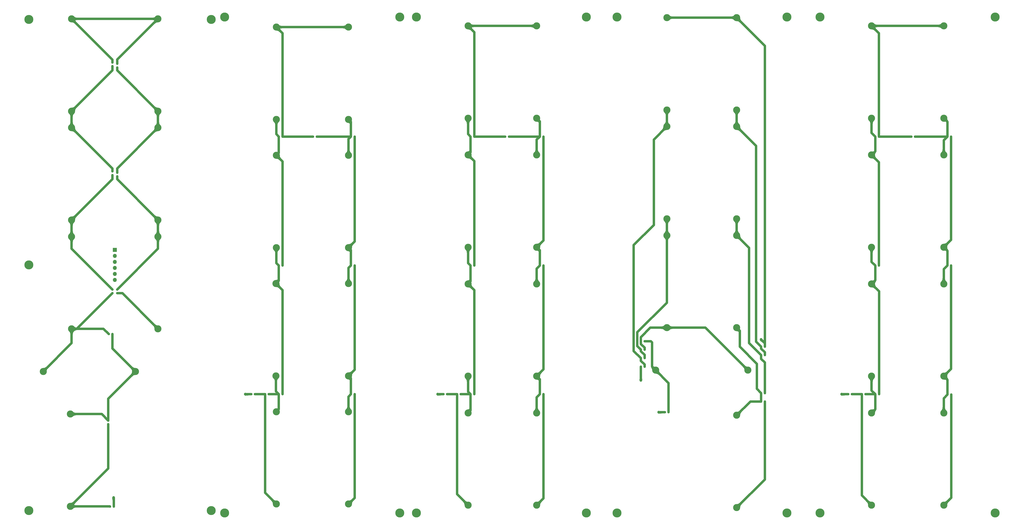
<source format=gtl>
%TF.GenerationSoftware,KiCad,Pcbnew,7.0.8*%
%TF.CreationDate,2024-01-15T20:22:08-08:00*%
%TF.ProjectId,FlexDeploySidePanels,466c6578-4465-4706-9c6f-795369646550,rev?*%
%TF.SameCoordinates,Original*%
%TF.FileFunction,Copper,L1,Top*%
%TF.FilePolarity,Positive*%
%FSLAX46Y46*%
G04 Gerber Fmt 4.6, Leading zero omitted, Abs format (unit mm)*
G04 Created by KiCad (PCBNEW 7.0.8) date 2024-01-15 20:22:08*
%MOMM*%
%LPD*%
G01*
G04 APERTURE LIST*
%TA.AperFunction,SMDPad,CuDef*%
%ADD10R,0.560000X0.400000*%
%TD*%
%TA.AperFunction,ComponentPad*%
%ADD11C,3.000000*%
%TD*%
%TA.AperFunction,ComponentPad*%
%ADD12R,1.700000X1.700000*%
%TD*%
%TA.AperFunction,ComponentPad*%
%ADD13O,1.700000X1.700000*%
%TD*%
%TA.AperFunction,ComponentPad*%
%ADD14C,2.600000*%
%TD*%
%TA.AperFunction,ConnectorPad*%
%ADD15C,3.800000*%
%TD*%
%TA.AperFunction,SMDPad,CuDef*%
%ADD16R,0.400000X0.560000*%
%TD*%
%TA.AperFunction,ViaPad*%
%ADD17C,1.200000*%
%TD*%
%TA.AperFunction,Conductor*%
%ADD18C,1.000000*%
%TD*%
G04 APERTURE END LIST*
D10*
%TO.P,D15,0,A*%
%TO.N,Net-(D15-A)*%
X401845000Y-261122856D03*
%TO.P,D15,1,C*%
%TO.N,Net-(D14-A)*%
X403415000Y-261122856D03*
%TD*%
%TO.P,D7,0,A*%
%TO.N,Net-(D6-C)*%
X451655000Y-261620000D03*
%TO.P,D7,1,C*%
%TO.N,Net-(D7-C)*%
X450085000Y-261620000D03*
%TD*%
D11*
%TO.P,SC1,0,-*%
%TO.N,GND*%
X479000000Y-308500000D03*
%TO.P,SC1,1,+*%
%TO.N,Net-(D1-C)*%
X479000000Y-269500000D03*
%TD*%
%TO.P,SC21,0,-*%
%TO.N,Net-(D21-A)*%
X307000000Y-145000000D03*
%TO.P,SC21,1,+*%
%TO.N,Net-(D20-A)*%
X307000000Y-106000000D03*
%TD*%
%TO.P,SC38,0,-*%
%TO.N,Net-(D38-A)*%
X147000000Y-142000000D03*
%TO.P,SC38,1,+*%
%TO.N,Net-(D37-A)*%
X147000000Y-103000000D03*
%TD*%
D10*
%TO.P,D10,0,A*%
%TO.N,Net-(D10-A)*%
X351025000Y-242818572D03*
%TO.P,D10,1,C*%
%TO.N,Net-(D10-C)*%
X352595000Y-242818572D03*
%TD*%
D12*
%TO.P,J1,1,Pin_1*%
%TO.N,GND*%
X128750000Y-200660000D03*
D13*
%TO.P,J1,2,Pin_2*%
X128750000Y-203200000D03*
%TO.P,J1,3,Pin_3*%
X128750000Y-205740000D03*
%TO.P,J1,4,Pin_4*%
%TO.N,VSOLAR*%
X128750000Y-208280000D03*
%TO.P,J1,5,Pin_5*%
X128750000Y-210820000D03*
%TO.P,J1,6,Pin_6*%
X128750000Y-213360000D03*
%TD*%
D11*
%TO.P,SC18,0,-*%
%TO.N,Net-(D18-A)*%
X278000000Y-215000000D03*
%TO.P,SC18,1,+*%
%TO.N,Net-(D17-A)*%
X278000000Y-254000000D03*
%TD*%
D10*
%TO.P,D45,0,A*%
%TO.N,Net-(D45-A)*%
X440205000Y-261620000D03*
%TO.P,D45,1,C*%
%TO.N,VSOLAR*%
X438635000Y-261620000D03*
%TD*%
%TO.P,D9,0,A*%
%TO.N,Net-(D10-C)*%
X351025000Y-239257144D03*
%TO.P,D9,1,C*%
%TO.N,Net-(D43-A)*%
X352595000Y-239257144D03*
%TD*%
D11*
%TO.P,SC13,0,-*%
%TO.N,Net-(D13-A)*%
X391500000Y-141500000D03*
%TO.P,SC13,1,+*%
%TO.N,Net-(D12-A)*%
X391500000Y-102500000D03*
%TD*%
D14*
%TO.P,H18,1,1*%
%TO.N,GND*%
X169450000Y-103250000D03*
D15*
X169450000Y-103250000D03*
%TD*%
D11*
%TO.P,SC17,0,-*%
%TO.N,Net-(D17-A)*%
X278000000Y-269500000D03*
%TO.P,SC17,1,+*%
%TO.N,Net-(D17-C)*%
X278000000Y-308500000D03*
%TD*%
D16*
%TO.P,D35,0,A*%
%TO.N,Net-(D35-A)*%
X127762000Y-217378000D03*
%TO.P,D35,1,C*%
%TO.N,Net-(D34-A)*%
X127762000Y-218948000D03*
%TD*%
%TO.P,D37,0,A*%
%TO.N,Net-(D37-A)*%
X127762000Y-121435000D03*
%TO.P,D37,1,C*%
%TO.N,Net-(D36-A)*%
X127762000Y-123005000D03*
%TD*%
D11*
%TO.P,SC11,0,-*%
%TO.N,Net-(D11-A)*%
X362000000Y-148500000D03*
%TO.P,SC11,1,+*%
%TO.N,Net-(D10-A)*%
X362000000Y-187500000D03*
%TD*%
%TO.P,SC25,0,-*%
%TO.N,Net-(D25-A)*%
X197000000Y-269000000D03*
%TO.P,SC25,1,+*%
%TO.N,Net-(D25-C)*%
X197000000Y-308000000D03*
%TD*%
D10*
%TO.P,D13,0,A*%
%TO.N,Net-(D13-A)*%
X401845000Y-241548572D03*
%TO.P,D13,1,C*%
%TO.N,Net-(D12-A)*%
X403415000Y-241548572D03*
%TD*%
D14*
%TO.P,H21,1,1*%
%TO.N,GND*%
X92450000Y-310750000D03*
D15*
X92450000Y-310750000D03*
%TD*%
D11*
%TO.P,SC34,0,-*%
%TO.N,Net-(D34-A)*%
X98500000Y-252000000D03*
%TO.P,SC34,1,+*%
%TO.N,Net-(D33-A)*%
X137500000Y-252000000D03*
%TD*%
D14*
%TO.P,H8,1,1*%
%TO.N,GND*%
X340900000Y-311750000D03*
D15*
X340900000Y-311750000D03*
%TD*%
D11*
%TO.P,SC20,0,-*%
%TO.N,Net-(D20-A)*%
X278000000Y-106000000D03*
%TO.P,SC20,1,+*%
%TO.N,Net-(D19-A)*%
X278000000Y-145000000D03*
%TD*%
%TO.P,SC6,0,-*%
%TO.N,Net-(D5-C)*%
X448500000Y-160500000D03*
%TO.P,SC6,1,+*%
%TO.N,Net-(D6-C)*%
X448500000Y-199500000D03*
%TD*%
D10*
%TO.P,D43,0,A*%
%TO.N,Net-(D43-A)*%
X362735000Y-269240000D03*
%TO.P,D43,1,C*%
%TO.N,VSOLAR*%
X361165000Y-269240000D03*
%TD*%
D11*
%TO.P,SC10,0,-*%
%TO.N,Net-(D10-A)*%
X362000000Y-194500000D03*
%TO.P,SC10,1,+*%
%TO.N,Net-(D10-C)*%
X362000000Y-233500000D03*
%TD*%
D10*
%TO.P,D41,0,A*%
%TO.N,Net-(D25-C)*%
X187960000Y-261620000D03*
%TO.P,D41,1,C*%
%TO.N,VSOLAR*%
X186390000Y-261620000D03*
%TD*%
%TO.P,D24,0,A*%
%TO.N,GND*%
X309880000Y-261620000D03*
%TO.P,D24,1,C*%
%TO.N,Net-(D23-A)*%
X308310000Y-261620000D03*
%TD*%
D16*
%TO.P,D36,0,A*%
%TO.N,Net-(D36-A)*%
X127762000Y-167435000D03*
%TO.P,D36,1,C*%
%TO.N,Net-(D35-A)*%
X127762000Y-169005000D03*
%TD*%
D14*
%TO.P,H1,1,1*%
%TO.N,GND*%
X500700000Y-311750000D03*
D15*
X500700000Y-311750000D03*
%TD*%
D11*
%TO.P,SC30,0,-*%
%TO.N,Net-(D30-A)*%
X227500000Y-199666666D03*
%TO.P,SC30,1,+*%
%TO.N,Net-(D29-A)*%
X227500000Y-160666666D03*
%TD*%
D10*
%TO.P,D11,0,A*%
%TO.N,Net-(D11-A)*%
X351025000Y-246380000D03*
%TO.P,D11,1,C*%
%TO.N,Net-(D10-A)*%
X352595000Y-246380000D03*
%TD*%
D14*
%TO.P,H9,1,1*%
%TO.N,GND*%
X328000000Y-311750000D03*
D15*
X328000000Y-311750000D03*
%TD*%
D14*
%TO.P,H5,1,1*%
%TO.N,GND*%
X412700000Y-311750000D03*
D15*
X412700000Y-311750000D03*
%TD*%
D14*
%TO.P,H7,1,1*%
%TO.N,GND*%
X340900000Y-102250000D03*
D15*
X340900000Y-102250000D03*
%TD*%
D10*
%TO.P,D27,0,A*%
%TO.N,Net-(D27-A)*%
X199621000Y-207250000D03*
%TO.P,D27,1,C*%
%TO.N,Net-(D26-A)*%
X198051000Y-207250000D03*
%TD*%
%TO.P,D28,0,A*%
%TO.N,Net-(D28-A)*%
X199621000Y-152750000D03*
%TO.P,D28,1,C*%
%TO.N,Net-(D27-A)*%
X198051000Y-152750000D03*
%TD*%
D11*
%TO.P,SC16,0,-*%
%TO.N,GND*%
X391500000Y-309510000D03*
%TO.P,SC16,1,+*%
%TO.N,Net-(D15-A)*%
X391500000Y-270510000D03*
%TD*%
D14*
%TO.P,H16,1,1*%
%TO.N,GND*%
X175200000Y-311750000D03*
D15*
X175200000Y-311750000D03*
%TD*%
D11*
%TO.P,SC9,0,-*%
%TO.N,Net-(D10-C)*%
X396250000Y-251460000D03*
%TO.P,SC9,1,+*%
%TO.N,Net-(D43-A)*%
X357250000Y-251460000D03*
%TD*%
D14*
%TO.P,H14,1,1*%
%TO.N,GND*%
X249200000Y-102250000D03*
D15*
X249200000Y-102250000D03*
%TD*%
D10*
%TO.P,D12,0,A*%
%TO.N,Net-(D12-A)*%
X351025000Y-249941428D03*
%TO.P,D12,1,C*%
%TO.N,Net-(D11-A)*%
X352595000Y-249941428D03*
%TD*%
%TO.P,D5,0,A*%
%TO.N,Net-(D4-C)*%
X451635000Y-152750000D03*
%TO.P,D5,1,C*%
%TO.N,Net-(D5-C)*%
X450065000Y-152750000D03*
%TD*%
D16*
%TO.P,D40,0,A*%
%TO.N,GND*%
X129772000Y-218948000D03*
%TO.P,D40,1,C*%
%TO.N,Net-(D39-A)*%
X129772000Y-217378000D03*
%TD*%
D10*
%TO.P,D26,0,A*%
%TO.N,Net-(D26-A)*%
X199621000Y-261620000D03*
%TO.P,D26,1,C*%
%TO.N,Net-(D25-A)*%
X198051000Y-261620000D03*
%TD*%
D11*
%TO.P,SC26,0,-*%
%TO.N,Net-(D26-A)*%
X196850000Y-214833332D03*
%TO.P,SC26,1,+*%
%TO.N,Net-(D25-A)*%
X196850000Y-253833332D03*
%TD*%
D14*
%TO.P,H6,1,1*%
%TO.N,GND*%
X412700000Y-102250000D03*
D15*
X412700000Y-102250000D03*
%TD*%
D10*
%TO.P,D44,0,A*%
%TO.N,Net-(D17-C)*%
X269171000Y-261620000D03*
%TO.P,D44,1,C*%
%TO.N,VSOLAR*%
X267601000Y-261620000D03*
%TD*%
D14*
%TO.P,H13,1,1*%
%TO.N,GND*%
X249200000Y-311750000D03*
D15*
X249200000Y-311750000D03*
%TD*%
D14*
%TO.P,H19,1,1*%
%TO.N,GND*%
X92456000Y-103251000D03*
D15*
X92456000Y-103251000D03*
%TD*%
D10*
%TO.P,D21,0,A*%
%TO.N,Net-(D21-A)*%
X295263500Y-152750000D03*
%TO.P,D21,1,C*%
%TO.N,Net-(D20-A)*%
X293693500Y-152750000D03*
%TD*%
D11*
%TO.P,SC7,0,-*%
%TO.N,Net-(D6-C)*%
X448500000Y-215000000D03*
%TO.P,SC7,1,+*%
%TO.N,Net-(D7-C)*%
X448500000Y-254000000D03*
%TD*%
D10*
%TO.P,D19,0,A*%
%TO.N,Net-(D19-A)*%
X280647000Y-207250000D03*
%TO.P,D19,1,C*%
%TO.N,Net-(D18-A)*%
X279077000Y-207250000D03*
%TD*%
D11*
%TO.P,SC14,0,-*%
%TO.N,Net-(D14-A)*%
X391500000Y-187500000D03*
%TO.P,SC14,1,+*%
%TO.N,Net-(D13-A)*%
X391500000Y-148500000D03*
%TD*%
D16*
%TO.P,D33,0,A*%
%TO.N,Net-(D33-A)*%
X125984000Y-272750000D03*
%TO.P,D33,1,C*%
%TO.N,Net-(D33-C)*%
X125984000Y-274320000D03*
%TD*%
D14*
%TO.P,H4,1,1*%
%TO.N,GND*%
X426720000Y-311750000D03*
D15*
X426720000Y-311750000D03*
%TD*%
D11*
%TO.P,SC37,0,-*%
%TO.N,Net-(D37-A)*%
X110500000Y-103000000D03*
%TO.P,SC37,1,+*%
%TO.N,Net-(D36-A)*%
X110500000Y-142000000D03*
%TD*%
%TO.P,SC39,0,-*%
%TO.N,Net-(D39-A)*%
X147000000Y-188000000D03*
%TO.P,SC39,1,+*%
%TO.N,Net-(D38-A)*%
X147000000Y-149000000D03*
%TD*%
D10*
%TO.P,D32,0,A*%
%TO.N,GND*%
X230101000Y-261620000D03*
%TO.P,D32,1,C*%
%TO.N,Net-(D31-A)*%
X228531000Y-261620000D03*
%TD*%
D11*
%TO.P,SC35,0,-*%
%TO.N,Net-(D35-A)*%
X110500000Y-195000000D03*
%TO.P,SC35,1,+*%
%TO.N,Net-(D34-A)*%
X110500000Y-234000000D03*
%TD*%
%TO.P,SC15,0,-*%
%TO.N,Net-(D15-A)*%
X391500000Y-233500000D03*
%TO.P,SC15,1,+*%
%TO.N,Net-(D14-A)*%
X391500000Y-194500000D03*
%TD*%
%TO.P,SC28,0,-*%
%TO.N,Net-(D28-A)*%
X197000000Y-106500000D03*
%TO.P,SC28,1,+*%
%TO.N,Net-(D27-A)*%
X197000000Y-145500000D03*
%TD*%
D16*
%TO.P,D38,0,A*%
%TO.N,Net-(D38-A)*%
X129772000Y-123565000D03*
%TO.P,D38,1,C*%
%TO.N,Net-(D37-A)*%
X129772000Y-121995000D03*
%TD*%
D11*
%TO.P,SC3,0,-*%
%TO.N,Net-(D2-C)*%
X479000000Y-199500000D03*
%TO.P,SC3,1,+*%
%TO.N,Net-(D3-C)*%
X479000000Y-160500000D03*
%TD*%
%TO.P,SC32,0,-*%
%TO.N,GND*%
X227500000Y-308000000D03*
%TO.P,SC32,1,+*%
%TO.N,Net-(D31-A)*%
X227500000Y-269000000D03*
%TD*%
D14*
%TO.P,H15,1,1*%
%TO.N,GND*%
X175200000Y-102250000D03*
D15*
X175200000Y-102250000D03*
%TD*%
D10*
%TO.P,D3,0,A*%
%TO.N,Net-(D2-C)*%
X482115000Y-152750000D03*
%TO.P,D3,1,C*%
%TO.N,Net-(D3-C)*%
X480545000Y-152750000D03*
%TD*%
D11*
%TO.P,SC31,0,-*%
%TO.N,Net-(D31-A)*%
X227500000Y-253833332D03*
%TO.P,SC31,1,+*%
%TO.N,Net-(D30-A)*%
X227500000Y-214833332D03*
%TD*%
%TO.P,SC5,0,-*%
%TO.N,Net-(D4-C)*%
X448500000Y-106000000D03*
%TO.P,SC5,1,+*%
%TO.N,Net-(D5-C)*%
X448500000Y-145000000D03*
%TD*%
D10*
%TO.P,D23,0,A*%
%TO.N,Net-(D23-A)*%
X309880000Y-207250000D03*
%TO.P,D23,1,C*%
%TO.N,Net-(D22-A)*%
X308310000Y-207250000D03*
%TD*%
%TO.P,D1,0,A*%
%TO.N,GND*%
X482135000Y-261750000D03*
%TO.P,D1,1,C*%
%TO.N,Net-(D1-C)*%
X480565000Y-261750000D03*
%TD*%
D14*
%TO.P,H12,1,1*%
%TO.N,GND*%
X256200000Y-311750000D03*
D15*
X256200000Y-311750000D03*
%TD*%
D11*
%TO.P,SC19,0,-*%
%TO.N,Net-(D19-A)*%
X278000000Y-160500000D03*
%TO.P,SC19,1,+*%
%TO.N,Net-(D18-A)*%
X278000000Y-199500000D03*
%TD*%
D10*
%TO.P,D29,0,A*%
%TO.N,Net-(D29-A)*%
X214076000Y-152750000D03*
%TO.P,D29,1,C*%
%TO.N,Net-(D28-A)*%
X212506000Y-152750000D03*
%TD*%
D11*
%TO.P,SC22,0,-*%
%TO.N,Net-(D22-A)*%
X307000000Y-199500000D03*
%TO.P,SC22,1,+*%
%TO.N,Net-(D21-A)*%
X307000000Y-160500000D03*
%TD*%
D14*
%TO.P,H17,1,1*%
%TO.N,GND*%
X169450000Y-310769000D03*
D15*
X169450000Y-310769000D03*
%TD*%
D11*
%TO.P,SC12,0,-*%
%TO.N,Net-(D12-A)*%
X362000000Y-102500000D03*
%TO.P,SC12,1,+*%
%TO.N,Net-(D11-A)*%
X362000000Y-141500000D03*
%TD*%
D14*
%TO.P,H3,1,1*%
%TO.N,GND*%
X426700000Y-102250000D03*
D15*
X426700000Y-102250000D03*
%TD*%
D11*
%TO.P,SC8,0,-*%
%TO.N,Net-(D7-C)*%
X448500000Y-269500000D03*
%TO.P,SC8,1,+*%
%TO.N,Net-(D45-A)*%
X448500000Y-308500000D03*
%TD*%
D10*
%TO.P,D42,0,A*%
%TO.N,Net-(D33-C)*%
X126746000Y-309118000D03*
%TO.P,D42,1,C*%
%TO.N,VSOLAR*%
X128316000Y-309118000D03*
%TD*%
%TO.P,D30,0,A*%
%TO.N,Net-(D30-A)*%
X230101000Y-152750000D03*
%TO.P,D30,1,C*%
%TO.N,Net-(D29-A)*%
X228531000Y-152750000D03*
%TD*%
%TO.P,D2,0,A*%
%TO.N,Net-(D1-C)*%
X482095000Y-207250000D03*
%TO.P,D2,1,C*%
%TO.N,Net-(D2-C)*%
X480525000Y-207250000D03*
%TD*%
%TO.P,D25,0,A*%
%TO.N,Net-(D25-A)*%
X193790500Y-261620000D03*
%TO.P,D25,1,C*%
%TO.N,Net-(D25-C)*%
X192220500Y-261620000D03*
%TD*%
D14*
%TO.P,H2,1,1*%
%TO.N,GND*%
X500700000Y-102250000D03*
D15*
X500700000Y-102250000D03*
%TD*%
D11*
%TO.P,SC33,0,-*%
%TO.N,Net-(D33-A)*%
X110000000Y-270000000D03*
%TO.P,SC33,1,+*%
%TO.N,Net-(D33-C)*%
X110000000Y-309000000D03*
%TD*%
D10*
%TO.P,D20,0,A*%
%TO.N,Net-(D20-A)*%
X280647000Y-152750000D03*
%TO.P,D20,1,C*%
%TO.N,Net-(D19-A)*%
X279077000Y-152750000D03*
%TD*%
D11*
%TO.P,SC24,0,-*%
%TO.N,GND*%
X307000000Y-308500000D03*
%TO.P,SC24,1,+*%
%TO.N,Net-(D23-A)*%
X307000000Y-269500000D03*
%TD*%
%TO.P,SC4,0,-*%
%TO.N,Net-(D3-C)*%
X479000000Y-145000000D03*
%TO.P,SC4,1,+*%
%TO.N,Net-(D4-C)*%
X479000000Y-106000000D03*
%TD*%
%TO.P,SC36,0,-*%
%TO.N,Net-(D36-A)*%
X110500000Y-149000000D03*
%TO.P,SC36,1,+*%
%TO.N,Net-(D35-A)*%
X110500000Y-188000000D03*
%TD*%
D14*
%TO.P,H11,1,1*%
%TO.N,GND*%
X256200000Y-102250000D03*
D15*
X256200000Y-102250000D03*
%TD*%
D14*
%TO.P,H10,1,1*%
%TO.N,GND*%
X328000000Y-102250000D03*
D15*
X328000000Y-102250000D03*
%TD*%
D11*
%TO.P,SC23,0,-*%
%TO.N,Net-(D23-A)*%
X307000000Y-254000000D03*
%TO.P,SC23,1,+*%
%TO.N,Net-(D22-A)*%
X307000000Y-215000000D03*
%TD*%
%TO.P,SC2,0,-*%
%TO.N,Net-(D1-C)*%
X479000000Y-254000000D03*
%TO.P,SC2,1,+*%
%TO.N,Net-(D2-C)*%
X479000000Y-215000000D03*
%TD*%
D10*
%TO.P,D17,0,A*%
%TO.N,Net-(D17-A)*%
X274909000Y-261620000D03*
%TO.P,D17,1,C*%
%TO.N,Net-(D17-C)*%
X273339000Y-261620000D03*
%TD*%
%TO.P,D16,0,A*%
%TO.N,GND*%
X403395000Y-264684288D03*
%TO.P,D16,1,C*%
%TO.N,Net-(D15-A)*%
X401825000Y-264684288D03*
%TD*%
%TO.P,D6,0,A*%
%TO.N,Net-(D5-C)*%
X451635000Y-207250000D03*
%TO.P,D6,1,C*%
%TO.N,Net-(D6-C)*%
X450065000Y-207250000D03*
%TD*%
%TO.P,D14,0,A*%
%TO.N,Net-(D14-A)*%
X401845000Y-245110000D03*
%TO.P,D14,1,C*%
%TO.N,Net-(D13-A)*%
X403415000Y-245110000D03*
%TD*%
D11*
%TO.P,SC40,0,-*%
%TO.N,GND*%
X147000000Y-234000000D03*
%TO.P,SC40,1,+*%
%TO.N,Net-(D39-A)*%
X147000000Y-195000000D03*
%TD*%
D10*
%TO.P,D4,0,A*%
%TO.N,Net-(D3-C)*%
X466875000Y-152750000D03*
%TO.P,D4,1,C*%
%TO.N,Net-(D4-C)*%
X465305000Y-152750000D03*
%TD*%
%TO.P,D34,0,A*%
%TO.N,Net-(D34-A)*%
X126192000Y-236220000D03*
%TO.P,D34,1,C*%
%TO.N,Net-(D33-A)*%
X127762000Y-236220000D03*
%TD*%
%TO.P,D18,0,A*%
%TO.N,Net-(D18-A)*%
X280647000Y-261620000D03*
%TO.P,D18,1,C*%
%TO.N,Net-(D17-A)*%
X279077000Y-261620000D03*
%TD*%
%TO.P,D31,0,A*%
%TO.N,Net-(D31-A)*%
X230101000Y-207250000D03*
%TO.P,D31,1,C*%
%TO.N,Net-(D30-A)*%
X228531000Y-207250000D03*
%TD*%
D11*
%TO.P,SC27,0,-*%
%TO.N,Net-(D27-A)*%
X197000000Y-160666666D03*
%TO.P,SC27,1,+*%
%TO.N,Net-(D26-A)*%
X197000000Y-199666666D03*
%TD*%
D14*
%TO.P,H20,1,1*%
%TO.N,GND*%
X92450000Y-207000000D03*
D15*
X92450000Y-207000000D03*
%TD*%
D16*
%TO.P,D39,0,A*%
%TO.N,Net-(D39-A)*%
X129772000Y-169565000D03*
%TO.P,D39,1,C*%
%TO.N,Net-(D38-A)*%
X129772000Y-167995000D03*
%TD*%
D10*
%TO.P,D22,0,A*%
%TO.N,Net-(D22-A)*%
X309880000Y-152750000D03*
%TO.P,D22,1,C*%
%TO.N,Net-(D21-A)*%
X308310000Y-152750000D03*
%TD*%
D11*
%TO.P,SC29,0,-*%
%TO.N,Net-(D29-A)*%
X227500000Y-145500000D03*
%TO.P,SC29,1,+*%
%TO.N,Net-(D28-A)*%
X227500000Y-106500000D03*
%TD*%
D10*
%TO.P,D8,0,A*%
%TO.N,Net-(D7-C)*%
X445930000Y-261620000D03*
%TO.P,D8,1,C*%
%TO.N,Net-(D45-A)*%
X444360000Y-261620000D03*
%TD*%
D17*
%TO.N,VSOLAR*%
X358521000Y-269240000D03*
X265176000Y-261620000D03*
X183896000Y-261620000D03*
X128270000Y-305308000D03*
X435864000Y-261620000D03*
%TO.N,Net-(D12-A)*%
X351028000Y-255778000D03*
X401828000Y-238506000D03*
%TD*%
D18*
%TO.N,GND*%
X482135000Y-305365000D02*
X479000000Y-308500000D01*
X482135000Y-261750000D02*
X482135000Y-305365000D01*
X403395000Y-297615000D02*
X391500000Y-309510000D01*
X131948000Y-218948000D02*
X147000000Y-234000000D01*
X230101000Y-305399000D02*
X230101000Y-261620000D01*
X309880000Y-305620000D02*
X309880000Y-261620000D01*
X129772000Y-218948000D02*
X131948000Y-218948000D01*
X403395000Y-264684288D02*
X403395000Y-297615000D01*
X227500000Y-308000000D02*
X230101000Y-305399000D01*
X307000000Y-308500000D02*
X309880000Y-305620000D01*
%TO.N,VSOLAR*%
X186390000Y-261620000D02*
X183896000Y-261620000D01*
X128316000Y-309118000D02*
X128316000Y-305354000D01*
X267601000Y-261620000D02*
X265176000Y-261620000D01*
X128316000Y-305354000D02*
X128270000Y-305308000D01*
X438635000Y-261620000D02*
X435864000Y-261620000D01*
X361165000Y-269240000D02*
X358521000Y-269240000D01*
%TO.N,Net-(D1-C)*%
X479000000Y-269500000D02*
X479000000Y-263315000D01*
X479000000Y-254000000D02*
X482095000Y-250905000D01*
X480565000Y-261750000D02*
X480565000Y-255565000D01*
X479000000Y-263315000D02*
X480565000Y-261750000D01*
X480565000Y-255565000D02*
X479000000Y-254000000D01*
X482095000Y-250905000D02*
X482095000Y-207250000D01*
%TO.N,Net-(D2-C)*%
X479000000Y-215000000D02*
X479000000Y-208775000D01*
X482115000Y-196385000D02*
X479000000Y-199500000D01*
X479000000Y-208775000D02*
X480525000Y-207250000D01*
X480525000Y-207250000D02*
X480525000Y-201025000D01*
X482115000Y-152750000D02*
X482115000Y-196385000D01*
X480525000Y-201025000D02*
X479000000Y-199500000D01*
%TO.N,Net-(D3-C)*%
X479000000Y-154295000D02*
X480545000Y-152750000D01*
X479000000Y-160500000D02*
X479000000Y-154295000D01*
X480545000Y-152750000D02*
X480545000Y-146545000D01*
X466875000Y-152750000D02*
X480545000Y-152750000D01*
X480545000Y-146545000D02*
X479000000Y-145000000D01*
%TO.N,Net-(D4-C)*%
X479000000Y-106000000D02*
X448500000Y-106000000D01*
X451635000Y-109135000D02*
X448500000Y-106000000D01*
X451635000Y-152750000D02*
X451635000Y-109135000D01*
X451635000Y-152750000D02*
X465305000Y-152750000D01*
%TO.N,Net-(D5-C)*%
X448500000Y-151185000D02*
X450065000Y-152750000D01*
X450065000Y-158935000D02*
X448500000Y-160500000D01*
X448500000Y-145000000D02*
X448500000Y-151185000D01*
X451635000Y-207250000D02*
X451635000Y-163635000D01*
X451635000Y-163635000D02*
X448500000Y-160500000D01*
X450065000Y-152750000D02*
X450065000Y-158935000D01*
%TO.N,Net-(D6-C)*%
X448500000Y-215000000D02*
X451655000Y-218155000D01*
X450065000Y-207250000D02*
X450065000Y-213435000D01*
X448500000Y-205685000D02*
X450065000Y-207250000D01*
X450065000Y-213435000D02*
X448500000Y-215000000D01*
X451655000Y-218155000D02*
X451655000Y-261620000D01*
X448500000Y-199500000D02*
X448500000Y-205685000D01*
%TO.N,Net-(D7-C)*%
X445930000Y-261620000D02*
X450085000Y-261620000D01*
X448500000Y-254000000D02*
X448500000Y-260035000D01*
X450085000Y-267915000D02*
X448500000Y-269500000D01*
X450085000Y-261620000D02*
X450085000Y-267915000D01*
X448500000Y-260035000D02*
X450085000Y-261620000D01*
%TO.N,Net-(D10-C)*%
X351025000Y-237493000D02*
X355018000Y-233500000D01*
X355018000Y-233500000D02*
X362000000Y-233500000D01*
X351025000Y-239257144D02*
X351025000Y-237493000D01*
X362000000Y-233500000D02*
X378290000Y-233500000D01*
X352595000Y-241978000D02*
X351025000Y-240408000D01*
X378290000Y-233500000D02*
X396250000Y-251460000D01*
X351025000Y-240408000D02*
X351025000Y-239257144D01*
X352595000Y-242818572D02*
X352595000Y-241978000D01*
%TO.N,Net-(D10-A)*%
X352595000Y-245026000D02*
X351025000Y-243456000D01*
X362000000Y-222962000D02*
X362000000Y-194500000D01*
X349504000Y-235458000D02*
X362000000Y-222962000D01*
X362000000Y-187500000D02*
X362000000Y-194500000D01*
X349504000Y-241297572D02*
X349504000Y-235458000D01*
X352595000Y-246380000D02*
X352595000Y-245026000D01*
X351025000Y-242818572D02*
X349504000Y-241297572D01*
X351025000Y-243456000D02*
X351025000Y-242818572D01*
%TO.N,Net-(D11-A)*%
X351025000Y-246380000D02*
X347980000Y-243335000D01*
X351025000Y-247520000D02*
X351025000Y-246380000D01*
X347980000Y-243335000D02*
X347980000Y-198628000D01*
X352595000Y-249090000D02*
X351025000Y-247520000D01*
X356489000Y-190119000D02*
X356489000Y-154011000D01*
X352595000Y-249941428D02*
X352595000Y-249090000D01*
X347980000Y-198628000D02*
X356489000Y-190119000D01*
X362000000Y-141500000D02*
X362000000Y-148500000D01*
X356489000Y-154011000D02*
X362000000Y-148500000D01*
%TO.N,Net-(D12-A)*%
X401828000Y-238506000D02*
X403415000Y-240093000D01*
X403415000Y-241548572D02*
X403415000Y-114415000D01*
X403415000Y-240093000D02*
X403415000Y-241548572D01*
X351025000Y-249941428D02*
X351025000Y-255775000D01*
X403415000Y-114415000D02*
X391500000Y-102500000D01*
X351025000Y-255775000D02*
X351028000Y-255778000D01*
X391500000Y-102500000D02*
X362000000Y-102500000D01*
%TO.N,Net-(D13-A)*%
X399669000Y-239372572D02*
X399669000Y-156669000D01*
X399669000Y-156669000D02*
X391500000Y-148500000D01*
X401845000Y-241548572D02*
X401845000Y-242333000D01*
X401845000Y-242333000D02*
X403415000Y-243903000D01*
X391500000Y-148500000D02*
X391500000Y-141500000D01*
X403415000Y-243903000D02*
X403415000Y-245110000D01*
X401845000Y-241548572D02*
X399669000Y-239372572D01*
%TO.N,Net-(D14-A)*%
X401845000Y-246651000D02*
X401845000Y-245110000D01*
X396748000Y-240013000D02*
X396748000Y-199748000D01*
X391500000Y-194500000D02*
X391500000Y-187500000D01*
X403415000Y-261122856D02*
X403415000Y-248221000D01*
X396748000Y-199748000D02*
X391500000Y-194500000D01*
X403415000Y-248221000D02*
X401845000Y-246651000D01*
X401845000Y-245110000D02*
X396748000Y-240013000D01*
%TO.N,Net-(D15-A)*%
X401825000Y-264684288D02*
X401825000Y-261142856D01*
X400050000Y-259327856D02*
X400050000Y-248793000D01*
X401825000Y-261142856D02*
X401845000Y-261122856D01*
X392811000Y-241554000D02*
X392811000Y-234811000D01*
X401825000Y-264684288D02*
X397325712Y-264684288D01*
X400050000Y-248793000D02*
X392811000Y-241554000D01*
X401845000Y-261122856D02*
X400050000Y-259327856D01*
X397325712Y-264684288D02*
X391500000Y-270510000D01*
X392811000Y-234811000D02*
X391500000Y-233500000D01*
%TO.N,Net-(D17-A)*%
X279077000Y-261620000D02*
X279077000Y-268423000D01*
X279077000Y-268423000D02*
X278000000Y-269500000D01*
X278000000Y-260543000D02*
X279077000Y-261620000D01*
X278000000Y-254000000D02*
X278000000Y-260543000D01*
X274909000Y-261620000D02*
X279077000Y-261620000D01*
%TO.N,Net-(D18-A)*%
X278000000Y-215000000D02*
X280647000Y-217647000D01*
X278000000Y-199500000D02*
X278000000Y-206173000D01*
X278000000Y-206173000D02*
X279077000Y-207250000D01*
X280647000Y-217647000D02*
X280647000Y-261620000D01*
X279077000Y-207250000D02*
X279077000Y-213923000D01*
X279077000Y-213923000D02*
X278000000Y-215000000D01*
%TO.N,Net-(D19-A)*%
X279077000Y-152750000D02*
X279077000Y-159423000D01*
X278000000Y-160500000D02*
X280647000Y-163147000D01*
X278000000Y-151673000D02*
X279077000Y-152750000D01*
X280647000Y-163147000D02*
X280647000Y-207250000D01*
X279077000Y-159423000D02*
X278000000Y-160500000D01*
X278000000Y-145000000D02*
X278000000Y-151673000D01*
%TO.N,Net-(D20-A)*%
X278000000Y-106000000D02*
X280647000Y-108647000D01*
X307000000Y-106000000D02*
X278000000Y-106000000D01*
X280647000Y-108647000D02*
X280647000Y-152750000D01*
X293693500Y-152750000D02*
X280647000Y-152750000D01*
%TO.N,Net-(D21-A)*%
X307000000Y-160500000D02*
X307000000Y-154060000D01*
X308310000Y-152750000D02*
X308310000Y-146310000D01*
X308310000Y-146310000D02*
X307000000Y-145000000D01*
X307000000Y-154060000D02*
X308310000Y-152750000D01*
X295263500Y-152750000D02*
X308310000Y-152750000D01*
%TO.N,Net-(D22-A)*%
X307000000Y-215000000D02*
X307000000Y-208560000D01*
X309880000Y-152750000D02*
X309880000Y-196620000D01*
X309880000Y-196620000D02*
X307000000Y-199500000D01*
X308310000Y-207250000D02*
X308310000Y-200810000D01*
X308310000Y-200810000D02*
X307000000Y-199500000D01*
X307000000Y-208560000D02*
X308310000Y-207250000D01*
%TO.N,Net-(D23-A)*%
X309880000Y-207250000D02*
X309880000Y-251120000D01*
X308310000Y-261620000D02*
X308310000Y-255310000D01*
X307000000Y-269500000D02*
X307000000Y-262930000D01*
X309880000Y-251120000D02*
X307000000Y-254000000D01*
X307000000Y-262930000D02*
X308310000Y-261620000D01*
X308310000Y-255310000D02*
X307000000Y-254000000D01*
%TO.N,Net-(D25-A)*%
X198051000Y-261620000D02*
X198051000Y-267949000D01*
X193790500Y-261620000D02*
X198051000Y-261620000D01*
X198051000Y-267949000D02*
X197000000Y-269000000D01*
X196850000Y-253833332D02*
X196850000Y-260419000D01*
X196850000Y-260419000D02*
X198051000Y-261620000D01*
%TO.N,Net-(D26-A)*%
X198051000Y-207250000D02*
X198051000Y-213632332D01*
X197000000Y-206199000D02*
X198051000Y-207250000D01*
X196850000Y-214833332D02*
X199621000Y-217604332D01*
X197000000Y-199666666D02*
X197000000Y-206199000D01*
X198051000Y-213632332D02*
X196850000Y-214833332D01*
X199621000Y-217604332D02*
X199621000Y-261620000D01*
%TO.N,Net-(D27-A)*%
X197000000Y-151699000D02*
X198051000Y-152750000D01*
X198051000Y-152750000D02*
X198051000Y-159615666D01*
X198051000Y-159615666D02*
X197000000Y-160666666D01*
X199621000Y-163287666D02*
X199621000Y-207250000D01*
X197000000Y-145500000D02*
X197000000Y-151699000D01*
X197000000Y-160666666D02*
X199621000Y-163287666D01*
%TO.N,Net-(D28-A)*%
X199621000Y-109121000D02*
X199621000Y-152750000D01*
X227500000Y-106500000D02*
X197000000Y-106500000D01*
X197000000Y-106500000D02*
X199621000Y-109121000D01*
X199621000Y-152750000D02*
X212506000Y-152750000D01*
%TO.N,Net-(D29-A)*%
X227500000Y-160666666D02*
X227500000Y-153781000D01*
X227500000Y-153781000D02*
X228531000Y-152750000D01*
X228531000Y-146531000D02*
X227500000Y-145500000D01*
X228531000Y-152750000D02*
X228531000Y-146531000D01*
X214076000Y-152750000D02*
X228531000Y-152750000D01*
%TO.N,Net-(D30-A)*%
X230101000Y-197065666D02*
X230101000Y-152750000D01*
X228531000Y-200697666D02*
X227500000Y-199666666D01*
X227500000Y-199666666D02*
X230101000Y-197065666D01*
X228531000Y-207250000D02*
X228531000Y-200697666D01*
X227500000Y-214833332D02*
X227500000Y-208281000D01*
X227500000Y-208281000D02*
X228531000Y-207250000D01*
%TO.N,Net-(D31-A)*%
X230101000Y-251232332D02*
X230101000Y-207250000D01*
X227500000Y-253833332D02*
X230101000Y-251232332D01*
X228531000Y-261620000D02*
X228531000Y-254864332D01*
X227500000Y-269000000D02*
X227500000Y-262651000D01*
X228531000Y-254864332D02*
X227500000Y-253833332D01*
X227500000Y-262651000D02*
X228531000Y-261620000D01*
%TO.N,Net-(D33-A)*%
X123234000Y-270000000D02*
X125984000Y-272750000D01*
X110000000Y-270000000D02*
X123234000Y-270000000D01*
X127762000Y-236220000D02*
X127762000Y-242262000D01*
X125984000Y-263516000D02*
X125984000Y-272750000D01*
X137500000Y-252000000D02*
X125984000Y-263516000D01*
X127762000Y-242262000D02*
X137500000Y-252000000D01*
%TO.N,Net-(D34-A)*%
X110500000Y-234000000D02*
X112710000Y-234000000D01*
X110500000Y-234000000D02*
X123972000Y-234000000D01*
X110500000Y-240000000D02*
X110500000Y-234000000D01*
X98500000Y-252000000D02*
X110500000Y-240000000D01*
X112710000Y-234000000D02*
X127762000Y-218948000D01*
X123972000Y-234000000D02*
X126192000Y-236220000D01*
%TO.N,Net-(D35-A)*%
X127762000Y-217378000D02*
X110500000Y-200116000D01*
X127762000Y-169005000D02*
X127762000Y-170738000D01*
X110500000Y-188000000D02*
X110500000Y-195000000D01*
X110500000Y-200116000D02*
X110500000Y-195000000D01*
X127762000Y-170738000D02*
X110500000Y-188000000D01*
%TO.N,Net-(D36-A)*%
X110500000Y-142000000D02*
X127762000Y-124738000D01*
X110500000Y-142000000D02*
X110500000Y-149000000D01*
X127762000Y-124738000D02*
X127762000Y-123005000D01*
X127762000Y-166262000D02*
X127762000Y-167435000D01*
X110500000Y-149000000D02*
X127762000Y-166262000D01*
%TO.N,Net-(D37-A)*%
X129772000Y-120228000D02*
X147000000Y-103000000D01*
X129772000Y-121995000D02*
X129772000Y-120228000D01*
X110500000Y-103000000D02*
X127762000Y-120262000D01*
X127762000Y-120262000D02*
X127762000Y-121435000D01*
X147000000Y-103000000D02*
X110500000Y-103000000D01*
%TO.N,Net-(D38-A)*%
X129772000Y-123565000D02*
X129772000Y-124772000D01*
X129772000Y-166228000D02*
X147000000Y-149000000D01*
X129772000Y-167995000D02*
X129772000Y-166228000D01*
X147000000Y-142000000D02*
X147000000Y-149000000D01*
X129772000Y-124772000D02*
X147000000Y-142000000D01*
%TO.N,Net-(D39-A)*%
X129772000Y-170772000D02*
X147000000Y-188000000D01*
X129772000Y-169565000D02*
X129772000Y-170772000D01*
X147000000Y-200150000D02*
X129772000Y-217378000D01*
X147000000Y-188000000D02*
X147000000Y-195000000D01*
X147000000Y-195000000D02*
X147000000Y-200150000D01*
%TO.N,Net-(D45-A)*%
X444360000Y-261620000D02*
X444360000Y-304360000D01*
X440205000Y-261620000D02*
X444360000Y-261620000D01*
X444360000Y-304360000D02*
X448500000Y-308500000D01*
%TO.N,Net-(D43-A)*%
X357250000Y-251460000D02*
X362735000Y-256945000D01*
X362735000Y-256945000D02*
X362735000Y-269240000D01*
X352595000Y-239257144D02*
X355208144Y-239257144D01*
X355727000Y-249937000D02*
X357250000Y-251460000D01*
X355208144Y-239257144D02*
X355727000Y-239776000D01*
X355727000Y-239776000D02*
X355727000Y-249937000D01*
%TO.N,Net-(D17-C)*%
X273339000Y-303839000D02*
X278000000Y-308500000D01*
X269171000Y-261620000D02*
X273339000Y-261620000D01*
X273339000Y-261620000D02*
X273339000Y-303839000D01*
%TO.N,Net-(D25-C)*%
X187960000Y-261620000D02*
X192220500Y-261620000D01*
X192220500Y-303220500D02*
X192220500Y-261620000D01*
X197000000Y-308000000D02*
X192220500Y-303220500D01*
%TO.N,Net-(D33-C)*%
X110000000Y-309000000D02*
X126628000Y-309000000D01*
X125984000Y-293016000D02*
X110000000Y-309000000D01*
X125984000Y-274320000D02*
X125984000Y-293016000D01*
X126628000Y-309000000D02*
X126746000Y-309118000D01*
%TD*%
%TA.AperFunction,Conductor*%
%TO.N,Net-(D3-C)*%
G36*
X479012774Y-145000702D02*
G01*
X480460448Y-145193585D01*
X480468196Y-145198075D01*
X480470471Y-145203429D01*
X480507297Y-145446312D01*
X480647390Y-145707748D01*
X480825779Y-146007723D01*
X480826150Y-146008461D01*
X480979097Y-146374963D01*
X480979885Y-146377842D01*
X481043129Y-146828247D01*
X481040886Y-146836916D01*
X481033170Y-146841460D01*
X481031543Y-146841574D01*
X480053398Y-146841574D01*
X480045125Y-146838147D01*
X480042313Y-146833618D01*
X480018724Y-146763781D01*
X479958266Y-146584786D01*
X479958265Y-146584785D01*
X479740857Y-146472276D01*
X479684076Y-146468451D01*
X479456959Y-146453155D01*
X479456957Y-146453155D01*
X479456955Y-146453155D01*
X479456951Y-146453155D01*
X479170763Y-146476533D01*
X478959392Y-146490654D01*
X478950909Y-146487786D01*
X478946938Y-146479760D01*
X478946920Y-146478578D01*
X478999537Y-145011878D01*
X479003258Y-145003736D01*
X479011648Y-145000608D01*
X479012774Y-145000702D01*
G37*
%TD.AperFunction*%
%TD*%
%TA.AperFunction,Conductor*%
%TO.N,Net-(D22-A)*%
G36*
X307497290Y-212503427D02*
G01*
X307500694Y-212510961D01*
X307525870Y-212908537D01*
X307597612Y-213245000D01*
X307706417Y-213517670D01*
X307843483Y-213734841D01*
X307843486Y-213734845D01*
X307992735Y-213896908D01*
X307995819Y-213905315D01*
X307992773Y-213912719D01*
X307008644Y-214991524D01*
X307000536Y-214995327D01*
X306992115Y-214992283D01*
X306991356Y-214991524D01*
X306661901Y-214630375D01*
X306007225Y-213912717D01*
X306004182Y-213904298D01*
X306007263Y-213896910D01*
X306156517Y-213734840D01*
X306293581Y-213517669D01*
X306402387Y-213244997D01*
X306474129Y-212908536D01*
X306499306Y-212510961D01*
X306503249Y-212502921D01*
X306510983Y-212500000D01*
X307489017Y-212500000D01*
X307497290Y-212503427D01*
G37*
%TD.AperFunction*%
%TD*%
%TA.AperFunction,Conductor*%
%TO.N,Net-(D6-C)*%
G36*
X450559779Y-213170138D02*
G01*
X450563206Y-213178411D01*
X450563088Y-213180069D01*
X450498327Y-213632409D01*
X450497505Y-213635346D01*
X450340906Y-214002058D01*
X450340131Y-214003562D01*
X450157091Y-214303214D01*
X450012362Y-214564833D01*
X449972502Y-214808834D01*
X449967786Y-214816447D01*
X449962403Y-214818558D01*
X448512805Y-214999402D01*
X448504172Y-214997026D01*
X448499747Y-214989240D01*
X448499662Y-214988118D01*
X448461177Y-213519161D01*
X448464386Y-213510803D01*
X448472567Y-213507161D01*
X448473752Y-213507190D01*
X448686108Y-213523447D01*
X448973745Y-213549788D01*
X449259163Y-213533557D01*
X449477776Y-213423087D01*
X449562301Y-213174642D01*
X449568210Y-213167914D01*
X449573378Y-213166711D01*
X450551506Y-213166711D01*
X450559779Y-213170138D01*
G37*
%TD.AperFunction*%
%TD*%
%TA.AperFunction,Conductor*%
%TO.N,Net-(D23-A)*%
G36*
X307012464Y-254002038D02*
G01*
X308435523Y-254348899D01*
X308442748Y-254354186D01*
X308444451Y-254360195D01*
X308445810Y-254588612D01*
X308531902Y-254844803D01*
X308653742Y-255140747D01*
X308653929Y-255141269D01*
X308762501Y-255497530D01*
X308762942Y-255499695D01*
X308808613Y-255925968D01*
X308806087Y-255934559D01*
X308798226Y-255938847D01*
X308796980Y-255938914D01*
X307818656Y-255938914D01*
X307810383Y-255935487D01*
X307807468Y-255930636D01*
X307729780Y-255676655D01*
X307729779Y-255676654D01*
X307528293Y-255540010D01*
X307528292Y-255540009D01*
X307528291Y-255540009D01*
X307264297Y-255487178D01*
X307264295Y-255487177D01*
X307264291Y-255487177D01*
X306996557Y-255476362D01*
X306796704Y-255466402D01*
X306788611Y-255462568D01*
X306785601Y-255454135D01*
X306785711Y-255453011D01*
X306831694Y-255141007D01*
X306998128Y-254011700D01*
X307002725Y-254004016D01*
X307011409Y-254001832D01*
X307012464Y-254002038D01*
G37*
%TD.AperFunction*%
%TD*%
%TA.AperFunction,Conductor*%
%TO.N,Net-(D19-A)*%
G36*
X279477533Y-160573516D02*
G01*
X279485623Y-160577353D01*
X279488638Y-160584800D01*
X279496089Y-160801871D01*
X279496089Y-160801873D01*
X279496090Y-160801877D01*
X279549547Y-161049004D01*
X279549548Y-161049007D01*
X279549547Y-161049007D01*
X279661090Y-161314925D01*
X279843184Y-161599154D01*
X279981108Y-161756289D01*
X280101030Y-161892916D01*
X280103912Y-161901393D01*
X280100510Y-161908906D01*
X279408906Y-162600510D01*
X279400633Y-162603937D01*
X279392916Y-162601030D01*
X279256289Y-162481108D01*
X279099154Y-162343184D01*
X279099151Y-162343182D01*
X278814932Y-162161094D01*
X278814929Y-162161093D01*
X278814925Y-162161090D01*
X278549007Y-162049548D01*
X278549005Y-162049547D01*
X278549004Y-162049547D01*
X278301877Y-161996090D01*
X278301873Y-161996089D01*
X278301871Y-161996089D01*
X278084800Y-161988638D01*
X278076649Y-161984929D01*
X278073516Y-161977534D01*
X277999941Y-160512211D01*
X278002948Y-160503778D01*
X278011039Y-160499941D01*
X278012199Y-160499941D01*
X279477533Y-160573516D01*
G37*
%TD.AperFunction*%
%TD*%
%TA.AperFunction,Conductor*%
%TO.N,Net-(D2-C)*%
G36*
X480408906Y-197399489D02*
G01*
X481100510Y-198091093D01*
X481103937Y-198099366D01*
X481101030Y-198107084D01*
X480843184Y-198400844D01*
X480661090Y-198685072D01*
X480549548Y-198950989D01*
X480496090Y-199198123D01*
X480496089Y-199198126D01*
X480488638Y-199415198D01*
X480484929Y-199423349D01*
X480477532Y-199426482D01*
X479012213Y-199500058D01*
X479003778Y-199497051D01*
X478999941Y-199488960D01*
X478999941Y-199487801D01*
X479073517Y-198022463D01*
X479077354Y-198014375D01*
X479084800Y-198011360D01*
X479301878Y-198003908D01*
X479549005Y-197950450D01*
X479814932Y-197838904D01*
X480099151Y-197656817D01*
X480392917Y-197398968D01*
X480401393Y-197396087D01*
X480408906Y-197399489D01*
G37*
%TD.AperFunction*%
%TD*%
%TA.AperFunction,Conductor*%
%TO.N,Net-(D12-A)*%
G36*
X402260312Y-238090233D02*
G01*
X402260500Y-238090427D01*
X402518683Y-238362857D01*
X402518917Y-238363120D01*
X402695244Y-238574497D01*
X402841657Y-238762770D01*
X403018103Y-238974290D01*
X403167395Y-239131819D01*
X403276804Y-239247266D01*
X403280008Y-239255627D01*
X403276585Y-239263586D01*
X402585586Y-239954585D01*
X402577313Y-239958012D01*
X402569266Y-239954804D01*
X402453819Y-239845395D01*
X402296290Y-239696103D01*
X402084770Y-239519657D01*
X401896497Y-239373244D01*
X401685116Y-239196913D01*
X401684857Y-239196683D01*
X401412443Y-238938516D01*
X401408796Y-238930339D01*
X401412000Y-238921977D01*
X401412176Y-238921794D01*
X401827293Y-238505293D01*
X402243767Y-238090204D01*
X402252044Y-238086792D01*
X402260312Y-238090233D01*
G37*
%TD.AperFunction*%
%TD*%
%TA.AperFunction,Conductor*%
%TO.N,Net-(D1-C)*%
G36*
X479012795Y-254000596D02*
G01*
X480462403Y-254181440D01*
X480470189Y-254185865D01*
X480472502Y-254191164D01*
X480512362Y-254435164D01*
X480657091Y-254696784D01*
X480840131Y-254996435D01*
X480840906Y-254997939D01*
X480997505Y-255364651D01*
X480998327Y-255367588D01*
X481063088Y-255819931D01*
X481060868Y-255828606D01*
X481053164Y-255833171D01*
X481051506Y-255833289D01*
X480073378Y-255833289D01*
X480065105Y-255829862D01*
X480062301Y-255825357D01*
X480060455Y-255819931D01*
X479977776Y-255576912D01*
X479977775Y-255576911D01*
X479759166Y-255466442D01*
X479759163Y-255466441D01*
X479759162Y-255466440D01*
X479759159Y-255466440D01*
X479473744Y-255450208D01*
X479186108Y-255476550D01*
X478973766Y-255492807D01*
X478965256Y-255490022D01*
X478961207Y-255482034D01*
X478961177Y-255480846D01*
X478999662Y-254011898D01*
X479003303Y-254003720D01*
X479011663Y-254000511D01*
X479012795Y-254000596D01*
G37*
%TD.AperFunction*%
%TD*%
%TA.AperFunction,Conductor*%
%TO.N,Net-(D18-A)*%
G36*
X279572682Y-212968002D02*
G01*
X279576109Y-212976275D01*
X279576078Y-212977132D01*
X279546294Y-213382848D01*
X279546199Y-213383556D01*
X279477819Y-213729149D01*
X279407254Y-214018199D01*
X279370182Y-214266095D01*
X279370181Y-214266096D01*
X279400857Y-214479240D01*
X279398643Y-214487917D01*
X279393291Y-214491896D01*
X278012152Y-214996559D01*
X278003206Y-214996180D01*
X277997148Y-214989585D01*
X277996800Y-214988464D01*
X277866816Y-214479240D01*
X277634880Y-213570607D01*
X277636155Y-213561746D01*
X277643323Y-213556379D01*
X277644228Y-213556186D01*
X277833045Y-213523847D01*
X278080343Y-213480469D01*
X278321515Y-213394956D01*
X278504442Y-213234070D01*
X278574669Y-212973233D01*
X278580129Y-212966135D01*
X278585967Y-212964575D01*
X279564409Y-212964575D01*
X279572682Y-212968002D01*
G37*
%TD.AperFunction*%
%TD*%
%TA.AperFunction,Conductor*%
%TO.N,Net-(D26-A)*%
G36*
X197007885Y-199674382D02*
G01*
X197008637Y-199675134D01*
X197618426Y-200343586D01*
X197992772Y-200753946D01*
X197995816Y-200762367D01*
X197992734Y-200769757D01*
X197843486Y-200931819D01*
X197843483Y-200931823D01*
X197706417Y-201148994D01*
X197597612Y-201421664D01*
X197525870Y-201758126D01*
X197500694Y-202155705D01*
X197496751Y-202163745D01*
X197489017Y-202166666D01*
X196510983Y-202166666D01*
X196502710Y-202163239D01*
X196499306Y-202155705D01*
X196496394Y-202109725D01*
X196474129Y-201758128D01*
X196402387Y-201421667D01*
X196293581Y-201148996D01*
X196156517Y-200931825D01*
X196156514Y-200931822D01*
X196156512Y-200931819D01*
X196007264Y-200769757D01*
X196004180Y-200761350D01*
X196007224Y-200753949D01*
X196991356Y-199675140D01*
X196999464Y-199671338D01*
X197007885Y-199674382D01*
G37*
%TD.AperFunction*%
%TD*%
%TA.AperFunction,Conductor*%
%TO.N,Net-(D38-A)*%
G36*
X147007885Y-142007716D02*
G01*
X147008637Y-142008468D01*
X147618426Y-142676920D01*
X147992772Y-143087280D01*
X147995816Y-143095701D01*
X147992734Y-143103091D01*
X147843486Y-143265153D01*
X147843483Y-143265157D01*
X147706417Y-143482328D01*
X147597612Y-143754998D01*
X147525870Y-144091460D01*
X147500694Y-144489039D01*
X147496751Y-144497079D01*
X147489017Y-144500000D01*
X146510983Y-144500000D01*
X146502710Y-144496573D01*
X146499306Y-144489039D01*
X146496394Y-144443059D01*
X146474129Y-144091462D01*
X146402387Y-143755002D01*
X146293581Y-143482330D01*
X146156517Y-143265159D01*
X146156514Y-143265156D01*
X146156512Y-143265153D01*
X146007264Y-143103091D01*
X146004180Y-143094684D01*
X146007224Y-143087283D01*
X146991356Y-142008474D01*
X146999464Y-142004672D01*
X147007885Y-142007716D01*
G37*
%TD.AperFunction*%
%TD*%
%TA.AperFunction,Conductor*%
%TO.N,Net-(D37-A)*%
G36*
X145912717Y-102007225D02*
G01*
X146455868Y-102502709D01*
X146991524Y-102991356D01*
X146995327Y-102999464D01*
X146992283Y-103007885D01*
X146991524Y-103008644D01*
X145912719Y-103992773D01*
X145904298Y-103995817D01*
X145896908Y-103992735D01*
X145734845Y-103843486D01*
X145734841Y-103843483D01*
X145734840Y-103843482D01*
X145654735Y-103792924D01*
X145517670Y-103706417D01*
X145245000Y-103597612D01*
X145244998Y-103597611D01*
X145244997Y-103597611D01*
X145033618Y-103552540D01*
X144908537Y-103525870D01*
X144510961Y-103500694D01*
X144502921Y-103496751D01*
X144500000Y-103489017D01*
X144500000Y-102510982D01*
X144503427Y-102502709D01*
X144510958Y-102499306D01*
X144908536Y-102474129D01*
X145244997Y-102402387D01*
X145517669Y-102293581D01*
X145734840Y-102156517D01*
X145896910Y-102007263D01*
X145905315Y-102004180D01*
X145912717Y-102007225D01*
G37*
%TD.AperFunction*%
%TD*%
%TA.AperFunction,Conductor*%
%TO.N,Net-(D7-C)*%
G36*
X450579742Y-267678422D02*
G01*
X450583169Y-267686695D01*
X450583046Y-267688384D01*
X450516767Y-268142643D01*
X450515912Y-268145637D01*
X450355490Y-268512918D01*
X450354680Y-268514451D01*
X450166774Y-268814080D01*
X450017404Y-269075842D01*
X449974506Y-269320949D01*
X449969704Y-269328508D01*
X449964334Y-269330554D01*
X448512837Y-269499505D01*
X448504223Y-269497057D01*
X448499862Y-269489236D01*
X448499787Y-269488094D01*
X448475531Y-268016871D01*
X448478821Y-268008544D01*
X448487036Y-268004982D01*
X448488225Y-268005022D01*
X448701545Y-268023428D01*
X448990588Y-268052738D01*
X448990589Y-268052738D01*
X448990599Y-268052739D01*
X449277507Y-268039399D01*
X449497298Y-267930965D01*
X449580413Y-267688384D01*
X449582291Y-267682903D01*
X449588214Y-267676187D01*
X449593359Y-267674995D01*
X450571469Y-267674995D01*
X450579742Y-267678422D01*
G37*
%TD.AperFunction*%
%TD*%
%TA.AperFunction,Conductor*%
%TO.N,Net-(D10-A)*%
G36*
X362497290Y-192003427D02*
G01*
X362500694Y-192010961D01*
X362525870Y-192408537D01*
X362597612Y-192745000D01*
X362706417Y-193017670D01*
X362843483Y-193234841D01*
X362843486Y-193234845D01*
X362992735Y-193396908D01*
X362995819Y-193405315D01*
X362992773Y-193412719D01*
X362008644Y-194491524D01*
X362000536Y-194495327D01*
X361992115Y-194492283D01*
X361991356Y-194491524D01*
X361661901Y-194130375D01*
X361007225Y-193412717D01*
X361004182Y-193404298D01*
X361007263Y-193396910D01*
X361156517Y-193234840D01*
X361293581Y-193017669D01*
X361402387Y-192744997D01*
X361474129Y-192408536D01*
X361499306Y-192010961D01*
X361503249Y-192002921D01*
X361510983Y-192000000D01*
X362489017Y-192000000D01*
X362497290Y-192003427D01*
G37*
%TD.AperFunction*%
%TD*%
%TA.AperFunction,Conductor*%
%TO.N,Net-(D4-C)*%
G36*
X449603091Y-105007264D02*
G01*
X449765153Y-105156512D01*
X449765156Y-105156514D01*
X449765159Y-105156517D01*
X449982330Y-105293581D01*
X450255002Y-105402387D01*
X450591462Y-105474129D01*
X450989041Y-105499306D01*
X450997079Y-105503248D01*
X451000000Y-105510982D01*
X451000000Y-106489017D01*
X450996573Y-106497290D01*
X450989039Y-106500694D01*
X450591460Y-106525870D01*
X450341295Y-106579211D01*
X450255002Y-106597611D01*
X450255001Y-106597611D01*
X450254998Y-106597612D01*
X449982328Y-106706417D01*
X449765157Y-106843483D01*
X449765153Y-106843486D01*
X449603091Y-106992734D01*
X449594684Y-106995818D01*
X449587280Y-106992772D01*
X449035062Y-106489017D01*
X448508474Y-106008643D01*
X448504672Y-106000536D01*
X448507716Y-105992115D01*
X448508468Y-105991362D01*
X449587283Y-105007224D01*
X449595701Y-105004182D01*
X449603091Y-105007264D01*
G37*
%TD.AperFunction*%
%TD*%
%TA.AperFunction,Conductor*%
%TO.N,Net-(D12-A)*%
G36*
X363103091Y-101507264D02*
G01*
X363265153Y-101656512D01*
X363265156Y-101656514D01*
X363265159Y-101656517D01*
X363482330Y-101793581D01*
X363755002Y-101902387D01*
X364091462Y-101974129D01*
X364489041Y-101999306D01*
X364497079Y-102003248D01*
X364500000Y-102010982D01*
X364500000Y-102989017D01*
X364496573Y-102997290D01*
X364489039Y-103000694D01*
X364091460Y-103025870D01*
X363841295Y-103079211D01*
X363755002Y-103097611D01*
X363755001Y-103097611D01*
X363754998Y-103097612D01*
X363482328Y-103206417D01*
X363265157Y-103343483D01*
X363265153Y-103343486D01*
X363103091Y-103492734D01*
X363094684Y-103495818D01*
X363087280Y-103492772D01*
X362535062Y-102989017D01*
X362008474Y-102508643D01*
X362004672Y-102500536D01*
X362007716Y-102492115D01*
X362008468Y-102491362D01*
X363087283Y-101507224D01*
X363095701Y-101504182D01*
X363103091Y-101507264D01*
G37*
%TD.AperFunction*%
%TD*%
%TA.AperFunction,Conductor*%
%TO.N,Net-(D13-A)*%
G36*
X392977533Y-148573516D02*
G01*
X392985623Y-148577353D01*
X392988638Y-148584800D01*
X392996089Y-148801871D01*
X392996089Y-148801873D01*
X392996090Y-148801877D01*
X393049547Y-149049004D01*
X393049548Y-149049007D01*
X393049547Y-149049007D01*
X393161090Y-149314925D01*
X393343184Y-149599154D01*
X393481108Y-149756289D01*
X393601030Y-149892916D01*
X393603912Y-149901393D01*
X393600510Y-149908906D01*
X392908906Y-150600510D01*
X392900633Y-150603937D01*
X392892916Y-150601030D01*
X392756289Y-150481108D01*
X392599154Y-150343184D01*
X392599151Y-150343182D01*
X392314932Y-150161094D01*
X392314929Y-150161093D01*
X392314925Y-150161090D01*
X392049007Y-150049548D01*
X392049005Y-150049547D01*
X392049004Y-150049547D01*
X391801877Y-149996090D01*
X391801873Y-149996089D01*
X391801871Y-149996089D01*
X391584800Y-149988638D01*
X391576649Y-149984929D01*
X391573516Y-149977534D01*
X391499941Y-148512211D01*
X391502948Y-148503778D01*
X391511039Y-148499941D01*
X391512199Y-148499941D01*
X392977533Y-148573516D01*
G37*
%TD.AperFunction*%
%TD*%
%TA.AperFunction,Conductor*%
%TO.N,Net-(D20-A)*%
G36*
X279103091Y-105007264D02*
G01*
X279265153Y-105156512D01*
X279265156Y-105156514D01*
X279265159Y-105156517D01*
X279482330Y-105293581D01*
X279755002Y-105402387D01*
X280091462Y-105474129D01*
X280489041Y-105499306D01*
X280497079Y-105503248D01*
X280500000Y-105510982D01*
X280500000Y-106489017D01*
X280496573Y-106497290D01*
X280489039Y-106500694D01*
X280091460Y-106525870D01*
X279841296Y-106579210D01*
X279755001Y-106597611D01*
X279755000Y-106597611D01*
X279754997Y-106597612D01*
X279482328Y-106706417D01*
X279265157Y-106843483D01*
X279265153Y-106843486D01*
X279103091Y-106992734D01*
X279094684Y-106995818D01*
X279087280Y-106992772D01*
X278535062Y-106489017D01*
X278008474Y-106008643D01*
X278004672Y-106000536D01*
X278007716Y-105992115D01*
X278008468Y-105991362D01*
X279087283Y-105007224D01*
X279095701Y-105004182D01*
X279103091Y-105007264D01*
G37*
%TD.AperFunction*%
%TD*%
%TA.AperFunction,Conductor*%
%TO.N,Net-(D39-A)*%
G36*
X147497290Y-192503427D02*
G01*
X147500694Y-192510961D01*
X147525870Y-192908537D01*
X147597612Y-193245000D01*
X147706417Y-193517670D01*
X147843483Y-193734841D01*
X147843486Y-193734845D01*
X147992735Y-193896908D01*
X147995819Y-193905315D01*
X147992773Y-193912719D01*
X147008644Y-194991524D01*
X147000536Y-194995327D01*
X146992115Y-194992283D01*
X146991356Y-194991524D01*
X146661901Y-194630375D01*
X146007225Y-193912717D01*
X146004182Y-193904298D01*
X146007263Y-193896910D01*
X146156517Y-193734840D01*
X146293581Y-193517669D01*
X146402387Y-193244997D01*
X146474129Y-192908536D01*
X146499306Y-192510961D01*
X146503249Y-192502921D01*
X146510983Y-192500000D01*
X147489017Y-192500000D01*
X147497290Y-192503427D01*
G37*
%TD.AperFunction*%
%TD*%
%TA.AperFunction,Conductor*%
%TO.N,Net-(D19-A)*%
G36*
X279572682Y-158468002D02*
G01*
X279576109Y-158476275D01*
X279576078Y-158477132D01*
X279546294Y-158882848D01*
X279546199Y-158883556D01*
X279477819Y-159229149D01*
X279407254Y-159518199D01*
X279370182Y-159766095D01*
X279370181Y-159766096D01*
X279400857Y-159979240D01*
X279398643Y-159987917D01*
X279393291Y-159991896D01*
X278012152Y-160496559D01*
X278003206Y-160496180D01*
X277997148Y-160489585D01*
X277996800Y-160488464D01*
X277866816Y-159979240D01*
X277634880Y-159070607D01*
X277636155Y-159061746D01*
X277643323Y-159056379D01*
X277644228Y-159056186D01*
X277833045Y-159023847D01*
X278080343Y-158980469D01*
X278321515Y-158894956D01*
X278504442Y-158734070D01*
X278574669Y-158473233D01*
X278580129Y-158466135D01*
X278585967Y-158464575D01*
X279564409Y-158464575D01*
X279572682Y-158468002D01*
G37*
%TD.AperFunction*%
%TD*%
%TA.AperFunction,Conductor*%
%TO.N,Net-(D23-A)*%
G36*
X308408906Y-251899489D02*
G01*
X309100510Y-252591093D01*
X309103937Y-252599366D01*
X309101030Y-252607084D01*
X308843184Y-252900844D01*
X308661090Y-253185072D01*
X308549548Y-253450989D01*
X308496090Y-253698123D01*
X308496089Y-253698126D01*
X308488638Y-253915198D01*
X308484929Y-253923349D01*
X308477532Y-253926482D01*
X307012213Y-254000058D01*
X307003778Y-253997051D01*
X306999941Y-253988960D01*
X306999941Y-253987801D01*
X307073517Y-252522463D01*
X307077354Y-252514375D01*
X307084800Y-252511360D01*
X307301878Y-252503908D01*
X307549005Y-252450450D01*
X307814932Y-252338904D01*
X308099151Y-252156817D01*
X308392917Y-251898968D01*
X308401393Y-251896087D01*
X308408906Y-251899489D01*
G37*
%TD.AperFunction*%
%TD*%
%TA.AperFunction,Conductor*%
%TO.N,Net-(D20-A)*%
G36*
X305912717Y-105007225D02*
G01*
X306455868Y-105502709D01*
X306991524Y-105991356D01*
X306995327Y-105999464D01*
X306992283Y-106007885D01*
X306991524Y-106008644D01*
X305912719Y-106992773D01*
X305904298Y-106995817D01*
X305896908Y-106992735D01*
X305734845Y-106843486D01*
X305734841Y-106843483D01*
X305734840Y-106843482D01*
X305654735Y-106792924D01*
X305517670Y-106706417D01*
X305245000Y-106597612D01*
X305244998Y-106597611D01*
X305244997Y-106597611D01*
X305033618Y-106552540D01*
X304908537Y-106525870D01*
X304510961Y-106500694D01*
X304502921Y-106496751D01*
X304500000Y-106489017D01*
X304500000Y-105510982D01*
X304503427Y-105502709D01*
X304510958Y-105499306D01*
X304908536Y-105474129D01*
X305244997Y-105402387D01*
X305517669Y-105293581D01*
X305734840Y-105156517D01*
X305896910Y-105007263D01*
X305905315Y-105004180D01*
X305912717Y-105007225D01*
G37*
%TD.AperFunction*%
%TD*%
%TA.AperFunction,Conductor*%
%TO.N,GND*%
G36*
X392908906Y-307409489D02*
G01*
X393600510Y-308101093D01*
X393603937Y-308109366D01*
X393601030Y-308117084D01*
X393343184Y-308410844D01*
X393161090Y-308695072D01*
X393049548Y-308960989D01*
X392996090Y-309208123D01*
X392996089Y-309208126D01*
X392988638Y-309425198D01*
X392984929Y-309433349D01*
X392977532Y-309436482D01*
X391512213Y-309510058D01*
X391503778Y-309507051D01*
X391499941Y-309498960D01*
X391499941Y-309497801D01*
X391573517Y-308032463D01*
X391577354Y-308024375D01*
X391584800Y-308021360D01*
X391801878Y-308013908D01*
X392049005Y-307960450D01*
X392314932Y-307848904D01*
X392599151Y-307666817D01*
X392892917Y-307408968D01*
X392901393Y-307406087D01*
X392908906Y-307409489D01*
G37*
%TD.AperFunction*%
%TD*%
%TA.AperFunction,Conductor*%
%TO.N,Net-(D12-A)*%
G36*
X392977533Y-102573516D02*
G01*
X392985623Y-102577353D01*
X392988638Y-102584800D01*
X392996089Y-102801871D01*
X392996089Y-102801873D01*
X392996090Y-102801877D01*
X393049547Y-103049004D01*
X393049548Y-103049007D01*
X393049547Y-103049007D01*
X393161090Y-103314925D01*
X393343184Y-103599154D01*
X393481108Y-103756289D01*
X393601030Y-103892916D01*
X393603912Y-103901393D01*
X393600510Y-103908906D01*
X392908906Y-104600510D01*
X392900633Y-104603937D01*
X392892916Y-104601030D01*
X392756289Y-104481108D01*
X392599154Y-104343184D01*
X392599151Y-104343182D01*
X392314932Y-104161094D01*
X392314929Y-104161093D01*
X392314925Y-104161090D01*
X392049007Y-104049548D01*
X392049005Y-104049547D01*
X392049004Y-104049547D01*
X391801877Y-103996090D01*
X391801873Y-103996089D01*
X391801871Y-103996089D01*
X391584800Y-103988638D01*
X391576649Y-103984929D01*
X391573516Y-103977534D01*
X391499941Y-102512211D01*
X391502948Y-102503778D01*
X391511039Y-102499941D01*
X391512199Y-102499941D01*
X392977533Y-102573516D01*
G37*
%TD.AperFunction*%
%TD*%
%TA.AperFunction,Conductor*%
%TO.N,Net-(D10-A)*%
G36*
X362007885Y-187507716D02*
G01*
X362008637Y-187508468D01*
X362618426Y-188176920D01*
X362992772Y-188587280D01*
X362995816Y-188595701D01*
X362992734Y-188603091D01*
X362843486Y-188765153D01*
X362843483Y-188765157D01*
X362706417Y-188982328D01*
X362597612Y-189254998D01*
X362525870Y-189591460D01*
X362500694Y-189989039D01*
X362496751Y-189997079D01*
X362489017Y-190000000D01*
X361510983Y-190000000D01*
X361502710Y-189996573D01*
X361499306Y-189989039D01*
X361496394Y-189943059D01*
X361474129Y-189591462D01*
X361402387Y-189255002D01*
X361293581Y-188982330D01*
X361156517Y-188765159D01*
X361156514Y-188765156D01*
X361156512Y-188765153D01*
X361007264Y-188603091D01*
X361004180Y-188594684D01*
X361007224Y-188587283D01*
X361991356Y-187508474D01*
X361999464Y-187504672D01*
X362007885Y-187507716D01*
G37*
%TD.AperFunction*%
%TD*%
%TA.AperFunction,Conductor*%
%TO.N,Net-(D31-A)*%
G36*
X227997290Y-266503427D02*
G01*
X228000694Y-266510961D01*
X228025870Y-266908537D01*
X228097612Y-267245000D01*
X228206417Y-267517670D01*
X228343483Y-267734841D01*
X228343486Y-267734845D01*
X228492735Y-267896908D01*
X228495819Y-267905315D01*
X228492773Y-267912719D01*
X227508644Y-268991524D01*
X227500536Y-268995327D01*
X227492115Y-268992283D01*
X227491356Y-268991524D01*
X227161901Y-268630375D01*
X226507225Y-267912717D01*
X226504182Y-267904298D01*
X226507263Y-267896910D01*
X226656517Y-267734840D01*
X226793581Y-267517669D01*
X226902387Y-267244997D01*
X226974129Y-266908536D01*
X226999306Y-266510961D01*
X227003249Y-266502921D01*
X227010983Y-266500000D01*
X227989017Y-266500000D01*
X227997290Y-266503427D01*
G37*
%TD.AperFunction*%
%TD*%
%TA.AperFunction,Conductor*%
%TO.N,Net-(D6-C)*%
G36*
X448507885Y-199507716D02*
G01*
X448508637Y-199508468D01*
X449118426Y-200176920D01*
X449492772Y-200587280D01*
X449495816Y-200595701D01*
X449492734Y-200603091D01*
X449343486Y-200765153D01*
X449343483Y-200765157D01*
X449206417Y-200982328D01*
X449097612Y-201254998D01*
X449025870Y-201591460D01*
X449000694Y-201989039D01*
X448996751Y-201997079D01*
X448989017Y-202000000D01*
X448010983Y-202000000D01*
X448002710Y-201996573D01*
X447999306Y-201989039D01*
X447996394Y-201943059D01*
X447974129Y-201591462D01*
X447902387Y-201255002D01*
X447793581Y-200982330D01*
X447656517Y-200765159D01*
X447656514Y-200765156D01*
X447656512Y-200765153D01*
X447507264Y-200603091D01*
X447504180Y-200594684D01*
X447507224Y-200587283D01*
X448491356Y-199508474D01*
X448499464Y-199504672D01*
X448507885Y-199507716D01*
G37*
%TD.AperFunction*%
%TD*%
%TA.AperFunction,Conductor*%
%TO.N,Net-(D39-A)*%
G36*
X147007885Y-188007716D02*
G01*
X147008637Y-188008468D01*
X147618426Y-188676920D01*
X147992772Y-189087280D01*
X147995816Y-189095701D01*
X147992734Y-189103091D01*
X147843486Y-189265153D01*
X147843483Y-189265157D01*
X147706417Y-189482328D01*
X147597612Y-189754998D01*
X147525870Y-190091460D01*
X147500694Y-190489039D01*
X147496751Y-190497079D01*
X147489017Y-190500000D01*
X146510983Y-190500000D01*
X146502710Y-190496573D01*
X146499306Y-190489039D01*
X146496394Y-190443059D01*
X146474129Y-190091462D01*
X146402387Y-189755002D01*
X146293581Y-189482330D01*
X146156517Y-189265159D01*
X146156514Y-189265156D01*
X146156512Y-189265153D01*
X146007264Y-189103091D01*
X146004180Y-189094684D01*
X146007224Y-189087283D01*
X146991356Y-188008474D01*
X146999464Y-188004672D01*
X147007885Y-188007716D01*
G37*
%TD.AperFunction*%
%TD*%
%TA.AperFunction,Conductor*%
%TO.N,Net-(D17-C)*%
G36*
X276607082Y-306398968D02*
G01*
X276607676Y-306399489D01*
X276900843Y-306656814D01*
X276900845Y-306656815D01*
X276900847Y-306656817D01*
X277185066Y-306838904D01*
X277185069Y-306838905D01*
X277185072Y-306838907D01*
X277344622Y-306905831D01*
X277450993Y-306950450D01*
X277698120Y-307003908D01*
X277915197Y-307011360D01*
X277923348Y-307015069D01*
X277926481Y-307022466D01*
X278000058Y-308487786D01*
X277997051Y-308496221D01*
X277988960Y-308500058D01*
X277987786Y-308500058D01*
X276522466Y-308426481D01*
X276514375Y-308422644D01*
X276511360Y-308415197D01*
X276503908Y-308198125D01*
X276503908Y-308198120D01*
X276450450Y-307950993D01*
X276450448Y-307950989D01*
X276450449Y-307950989D01*
X276338907Y-307685072D01*
X276338905Y-307685069D01*
X276338904Y-307685066D01*
X276156817Y-307400847D01*
X276156815Y-307400845D01*
X276156814Y-307400843D01*
X276047424Y-307276217D01*
X275898968Y-307107082D01*
X275896087Y-307098606D01*
X275899488Y-307091094D01*
X276591094Y-306399488D01*
X276599366Y-306396062D01*
X276607082Y-306398968D01*
G37*
%TD.AperFunction*%
%TD*%
%TA.AperFunction,Conductor*%
%TO.N,Net-(D45-A)*%
G36*
X447107082Y-306398968D02*
G01*
X447107676Y-306399489D01*
X447400843Y-306656814D01*
X447400845Y-306656815D01*
X447400847Y-306656817D01*
X447685066Y-306838904D01*
X447685069Y-306838905D01*
X447685072Y-306838907D01*
X447844622Y-306905831D01*
X447950993Y-306950450D01*
X448198120Y-307003908D01*
X448415197Y-307011360D01*
X448423348Y-307015069D01*
X448426481Y-307022466D01*
X448500058Y-308487786D01*
X448497051Y-308496221D01*
X448488960Y-308500058D01*
X448487786Y-308500058D01*
X447022466Y-308426481D01*
X447014375Y-308422644D01*
X447011360Y-308415197D01*
X447003908Y-308198125D01*
X447003908Y-308198120D01*
X446950450Y-307950993D01*
X446950448Y-307950989D01*
X446950449Y-307950989D01*
X446838907Y-307685072D01*
X446838905Y-307685069D01*
X446838904Y-307685066D01*
X446656817Y-307400847D01*
X446656815Y-307400845D01*
X446656814Y-307400843D01*
X446547424Y-307276217D01*
X446398968Y-307107082D01*
X446396087Y-307098606D01*
X446399488Y-307091094D01*
X447091094Y-306399488D01*
X447099366Y-306396062D01*
X447107082Y-306398968D01*
G37*
%TD.AperFunction*%
%TD*%
%TA.AperFunction,Conductor*%
%TO.N,Net-(D25-C)*%
G36*
X195607082Y-305898968D02*
G01*
X195607676Y-305899489D01*
X195900843Y-306156814D01*
X195900845Y-306156815D01*
X195900847Y-306156817D01*
X196185066Y-306338904D01*
X196185069Y-306338905D01*
X196185072Y-306338907D01*
X196344622Y-306405831D01*
X196450993Y-306450450D01*
X196698120Y-306503908D01*
X196915197Y-306511360D01*
X196923348Y-306515069D01*
X196926481Y-306522466D01*
X197000058Y-307987786D01*
X196997051Y-307996221D01*
X196988960Y-308000058D01*
X196987786Y-308000058D01*
X195522466Y-307926481D01*
X195514375Y-307922644D01*
X195511360Y-307915197D01*
X195503908Y-307698125D01*
X195503908Y-307698120D01*
X195450450Y-307450993D01*
X195450448Y-307450989D01*
X195450449Y-307450989D01*
X195338907Y-307185072D01*
X195338905Y-307185069D01*
X195338904Y-307185066D01*
X195156817Y-306900847D01*
X195156815Y-306900845D01*
X195156814Y-306900843D01*
X195047424Y-306776217D01*
X194898968Y-306607082D01*
X194896087Y-306598606D01*
X194899488Y-306591094D01*
X195591094Y-305899488D01*
X195599366Y-305896062D01*
X195607082Y-305898968D01*
G37*
%TD.AperFunction*%
%TD*%
%TA.AperFunction,Conductor*%
%TO.N,Net-(D43-A)*%
G36*
X358727533Y-251533516D02*
G01*
X358735623Y-251537353D01*
X358738638Y-251544800D01*
X358746089Y-251761871D01*
X358746089Y-251761873D01*
X358746090Y-251761877D01*
X358799547Y-252009004D01*
X358799548Y-252009007D01*
X358799547Y-252009007D01*
X358911090Y-252274925D01*
X359093184Y-252559154D01*
X359231108Y-252716289D01*
X359351030Y-252852916D01*
X359353912Y-252861393D01*
X359350510Y-252868906D01*
X358658906Y-253560510D01*
X358650633Y-253563937D01*
X358642916Y-253561030D01*
X358506289Y-253441108D01*
X358349154Y-253303184D01*
X358349151Y-253303182D01*
X358064932Y-253121094D01*
X358064929Y-253121093D01*
X358064925Y-253121090D01*
X357799007Y-253009548D01*
X357799005Y-253009547D01*
X357799004Y-253009547D01*
X357551877Y-252956090D01*
X357551873Y-252956089D01*
X357551871Y-252956089D01*
X357334800Y-252948638D01*
X357326649Y-252944929D01*
X357323516Y-252937534D01*
X357249941Y-251472211D01*
X357252948Y-251463778D01*
X357261039Y-251459941D01*
X357262199Y-251459941D01*
X358727533Y-251533516D01*
G37*
%TD.AperFunction*%
%TD*%
%TA.AperFunction,Conductor*%
%TO.N,Net-(D12-A)*%
G36*
X390412717Y-101507225D02*
G01*
X390955868Y-102002709D01*
X391491524Y-102491356D01*
X391495327Y-102499464D01*
X391492283Y-102507885D01*
X391491524Y-102508644D01*
X390412719Y-103492773D01*
X390404298Y-103495817D01*
X390396908Y-103492735D01*
X390234845Y-103343486D01*
X390234841Y-103343483D01*
X390234840Y-103343482D01*
X390154735Y-103292924D01*
X390017670Y-103206417D01*
X389745000Y-103097612D01*
X389744998Y-103097611D01*
X389744997Y-103097611D01*
X389533618Y-103052540D01*
X389408537Y-103025870D01*
X389010961Y-103000694D01*
X389002921Y-102996751D01*
X389000000Y-102989017D01*
X389000000Y-102010982D01*
X389003427Y-102002709D01*
X389010958Y-101999306D01*
X389408536Y-101974129D01*
X389744997Y-101902387D01*
X390017669Y-101793581D01*
X390234840Y-101656517D01*
X390396910Y-101507263D01*
X390405315Y-101504180D01*
X390412717Y-101507225D01*
G37*
%TD.AperFunction*%
%TD*%
%TA.AperFunction,Conductor*%
%TO.N,Net-(D22-A)*%
G36*
X307012464Y-199502038D02*
G01*
X308435523Y-199848899D01*
X308442748Y-199854186D01*
X308444451Y-199860195D01*
X308445810Y-200088612D01*
X308531902Y-200344803D01*
X308653742Y-200640747D01*
X308653929Y-200641269D01*
X308762501Y-200997530D01*
X308762942Y-200999695D01*
X308808613Y-201425968D01*
X308806087Y-201434559D01*
X308798226Y-201438847D01*
X308796980Y-201438914D01*
X307818656Y-201438914D01*
X307810383Y-201435487D01*
X307807468Y-201430636D01*
X307729780Y-201176655D01*
X307729779Y-201176654D01*
X307528293Y-201040010D01*
X307528292Y-201040009D01*
X307528291Y-201040009D01*
X307264297Y-200987178D01*
X307264295Y-200987177D01*
X307264291Y-200987177D01*
X306996557Y-200976362D01*
X306796704Y-200966402D01*
X306788611Y-200962568D01*
X306785601Y-200954135D01*
X306785711Y-200953011D01*
X306831694Y-200641007D01*
X306998128Y-199511700D01*
X307002725Y-199504016D01*
X307011409Y-199501832D01*
X307012464Y-199502038D01*
G37*
%TD.AperFunction*%
%TD*%
%TA.AperFunction,Conductor*%
%TO.N,Net-(D28-A)*%
G36*
X198477533Y-106573516D02*
G01*
X198485623Y-106577353D01*
X198488638Y-106584800D01*
X198496089Y-106801871D01*
X198496089Y-106801873D01*
X198496090Y-106801877D01*
X198549547Y-107049004D01*
X198549548Y-107049007D01*
X198549547Y-107049007D01*
X198661090Y-107314925D01*
X198843184Y-107599154D01*
X198981108Y-107756289D01*
X199101030Y-107892916D01*
X199103912Y-107901393D01*
X199100510Y-107908906D01*
X198408906Y-108600510D01*
X198400633Y-108603937D01*
X198392916Y-108601030D01*
X198256289Y-108481108D01*
X198099154Y-108343184D01*
X198099151Y-108343182D01*
X197814932Y-108161094D01*
X197814929Y-108161093D01*
X197814925Y-108161090D01*
X197549007Y-108049548D01*
X197549005Y-108049547D01*
X197549004Y-108049547D01*
X197301877Y-107996090D01*
X197301873Y-107996089D01*
X197301871Y-107996089D01*
X197084800Y-107988638D01*
X197076649Y-107984929D01*
X197073516Y-107977534D01*
X196999941Y-106512211D01*
X197002948Y-106503778D01*
X197011039Y-106499941D01*
X197012199Y-106499941D01*
X198477533Y-106573516D01*
G37*
%TD.AperFunction*%
%TD*%
%TA.AperFunction,Conductor*%
%TO.N,VSOLAR*%
G36*
X183907991Y-261020321D02*
G01*
X184283176Y-261030395D01*
X184283512Y-261030415D01*
X184557670Y-261055200D01*
X184794329Y-261084800D01*
X185068658Y-261109600D01*
X185444614Y-261119694D01*
X185452792Y-261123342D01*
X185456000Y-261131390D01*
X185456000Y-262108609D01*
X185452573Y-262116882D01*
X185444614Y-262120305D01*
X185128430Y-262128795D01*
X185068658Y-262130400D01*
X184794329Y-262155200D01*
X184557670Y-262184800D01*
X184283536Y-262209582D01*
X184283166Y-262209604D01*
X183907994Y-262219677D01*
X183899632Y-262216473D01*
X183895984Y-262208295D01*
X183895980Y-262208001D01*
X183895000Y-261620000D01*
X183895980Y-261031998D01*
X183899421Y-261023731D01*
X183907700Y-261020318D01*
X183907991Y-261020321D01*
G37*
%TD.AperFunction*%
%TD*%
%TA.AperFunction,Conductor*%
%TO.N,Net-(D5-C)*%
G36*
X449977533Y-160573516D02*
G01*
X449985623Y-160577353D01*
X449988638Y-160584800D01*
X449996089Y-160801871D01*
X449996089Y-160801873D01*
X449996090Y-160801877D01*
X450049547Y-161049004D01*
X450049548Y-161049007D01*
X450049547Y-161049007D01*
X450161090Y-161314925D01*
X450343184Y-161599154D01*
X450481108Y-161756289D01*
X450601030Y-161892916D01*
X450603912Y-161901393D01*
X450600510Y-161908906D01*
X449908906Y-162600510D01*
X449900633Y-162603937D01*
X449892916Y-162601030D01*
X449756289Y-162481108D01*
X449599154Y-162343184D01*
X449599151Y-162343182D01*
X449314932Y-162161094D01*
X449314929Y-162161093D01*
X449314925Y-162161090D01*
X449049007Y-162049548D01*
X449049005Y-162049547D01*
X449049004Y-162049547D01*
X448801877Y-161996090D01*
X448801873Y-161996089D01*
X448801871Y-161996089D01*
X448584800Y-161988638D01*
X448576649Y-161984929D01*
X448573516Y-161977534D01*
X448499941Y-160512211D01*
X448502948Y-160503778D01*
X448511039Y-160499941D01*
X448512199Y-160499941D01*
X449977533Y-160573516D01*
G37*
%TD.AperFunction*%
%TD*%
%TA.AperFunction,Conductor*%
%TO.N,Net-(D29-A)*%
G36*
X227512041Y-145503693D02*
G01*
X228614801Y-145933492D01*
X228878793Y-146036383D01*
X228885257Y-146042580D01*
X228886075Y-146049266D01*
X228849698Y-146260868D01*
X228849698Y-146260872D01*
X228878623Y-146508912D01*
X228878627Y-146508936D01*
X228940881Y-146798903D01*
X229002813Y-147145375D01*
X229002891Y-147146013D01*
X229030161Y-147551718D01*
X229027296Y-147560203D01*
X229019272Y-147564177D01*
X229018487Y-147564203D01*
X228040051Y-147564203D01*
X228031778Y-147560776D01*
X228028726Y-147555442D01*
X228027760Y-147551718D01*
X227959985Y-147290556D01*
X227780718Y-147122347D01*
X227780716Y-147122346D01*
X227543860Y-147028206D01*
X227300074Y-146976763D01*
X227112369Y-146939124D01*
X227104931Y-146934137D01*
X227103197Y-146925352D01*
X227103393Y-146924531D01*
X227496533Y-145511460D01*
X227502051Y-145504410D01*
X227510940Y-145503326D01*
X227512041Y-145503693D01*
G37*
%TD.AperFunction*%
%TD*%
%TA.AperFunction,Conductor*%
%TO.N,Net-(D35-A)*%
G36*
X111908906Y-185899489D02*
G01*
X112600510Y-186591093D01*
X112603937Y-186599366D01*
X112601030Y-186607084D01*
X112343184Y-186900844D01*
X112161090Y-187185072D01*
X112049548Y-187450989D01*
X111996090Y-187698123D01*
X111996089Y-187698126D01*
X111988638Y-187915198D01*
X111984929Y-187923349D01*
X111977532Y-187926482D01*
X110512213Y-188000058D01*
X110503778Y-187997051D01*
X110499941Y-187988960D01*
X110499941Y-187987801D01*
X110573517Y-186522463D01*
X110577354Y-186514375D01*
X110584800Y-186511360D01*
X110801878Y-186503908D01*
X111049005Y-186450450D01*
X111314932Y-186338904D01*
X111599151Y-186156817D01*
X111892917Y-185898968D01*
X111901393Y-185896087D01*
X111908906Y-185899489D01*
G37*
%TD.AperFunction*%
%TD*%
%TA.AperFunction,Conductor*%
%TO.N,Net-(D33-A)*%
G36*
X111103091Y-269007264D02*
G01*
X111265153Y-269156512D01*
X111265156Y-269156514D01*
X111265159Y-269156517D01*
X111482330Y-269293581D01*
X111755002Y-269402387D01*
X112091462Y-269474129D01*
X112489041Y-269499306D01*
X112497079Y-269503248D01*
X112500000Y-269510982D01*
X112500000Y-270489017D01*
X112496573Y-270497290D01*
X112489039Y-270500694D01*
X112091460Y-270525870D01*
X111841295Y-270579211D01*
X111755002Y-270597611D01*
X111755001Y-270597611D01*
X111754998Y-270597612D01*
X111482328Y-270706417D01*
X111265157Y-270843483D01*
X111265153Y-270843486D01*
X111103091Y-270992734D01*
X111094684Y-270995818D01*
X111087280Y-270992772D01*
X110535062Y-270489017D01*
X110008474Y-270008643D01*
X110004672Y-270000536D01*
X110007716Y-269992115D01*
X110008468Y-269991362D01*
X111087283Y-269007224D01*
X111095701Y-269004182D01*
X111103091Y-269007264D01*
G37*
%TD.AperFunction*%
%TD*%
%TA.AperFunction,Conductor*%
%TO.N,Net-(D15-A)*%
G36*
X392908906Y-268409489D02*
G01*
X393600510Y-269101093D01*
X393603937Y-269109366D01*
X393601030Y-269117084D01*
X393343184Y-269410844D01*
X393161090Y-269695072D01*
X393049548Y-269960989D01*
X392996090Y-270208123D01*
X392996089Y-270208126D01*
X392988638Y-270425198D01*
X392984929Y-270433349D01*
X392977532Y-270436482D01*
X391512213Y-270510058D01*
X391503778Y-270507051D01*
X391499941Y-270498960D01*
X391499941Y-270497801D01*
X391573517Y-269032463D01*
X391577354Y-269024375D01*
X391584800Y-269021360D01*
X391801878Y-269013908D01*
X392049005Y-268960450D01*
X392314932Y-268848904D01*
X392599151Y-268666817D01*
X392892917Y-268408968D01*
X392901393Y-268406087D01*
X392908906Y-268409489D01*
G37*
%TD.AperFunction*%
%TD*%
%TA.AperFunction,Conductor*%
%TO.N,Net-(D35-A)*%
G36*
X110997290Y-192503427D02*
G01*
X111000694Y-192510961D01*
X111025870Y-192908537D01*
X111097612Y-193245000D01*
X111206417Y-193517670D01*
X111343483Y-193734841D01*
X111343486Y-193734845D01*
X111492735Y-193896908D01*
X111495819Y-193905315D01*
X111492773Y-193912719D01*
X110508644Y-194991524D01*
X110500536Y-194995327D01*
X110492115Y-194992283D01*
X110491356Y-194991524D01*
X110161901Y-194630375D01*
X109507225Y-193912717D01*
X109504182Y-193904298D01*
X109507263Y-193896910D01*
X109656517Y-193734840D01*
X109793581Y-193517669D01*
X109902387Y-193244997D01*
X109974129Y-192908536D01*
X109999306Y-192510961D01*
X110003249Y-192502921D01*
X110010983Y-192500000D01*
X110989017Y-192500000D01*
X110997290Y-192503427D01*
G37*
%TD.AperFunction*%
%TD*%
%TA.AperFunction,Conductor*%
%TO.N,Net-(D11-A)*%
G36*
X362497290Y-146003427D02*
G01*
X362500694Y-146010961D01*
X362525870Y-146408537D01*
X362597612Y-146745000D01*
X362706417Y-147017670D01*
X362843483Y-147234841D01*
X362843486Y-147234845D01*
X362992735Y-147396908D01*
X362995819Y-147405315D01*
X362992773Y-147412719D01*
X362008644Y-148491524D01*
X362000536Y-148495327D01*
X361992115Y-148492283D01*
X361991356Y-148491524D01*
X361661901Y-148130375D01*
X361007225Y-147412717D01*
X361004182Y-147404298D01*
X361007263Y-147396910D01*
X361156517Y-147234840D01*
X361293581Y-147017669D01*
X361402387Y-146744997D01*
X361474129Y-146408536D01*
X361499306Y-146010961D01*
X361503249Y-146002921D01*
X361510983Y-146000000D01*
X362489017Y-146000000D01*
X362497290Y-146003427D01*
G37*
%TD.AperFunction*%
%TD*%
%TA.AperFunction,Conductor*%
%TO.N,Net-(D30-A)*%
G36*
X227997290Y-212336759D02*
G01*
X228000694Y-212344293D01*
X228025870Y-212741869D01*
X228097612Y-213078332D01*
X228206417Y-213351002D01*
X228343483Y-213568173D01*
X228343486Y-213568177D01*
X228492735Y-213730240D01*
X228495819Y-213738647D01*
X228492773Y-213746051D01*
X227508644Y-214824856D01*
X227500536Y-214828659D01*
X227492115Y-214825615D01*
X227491356Y-214824856D01*
X227161901Y-214463707D01*
X226507225Y-213746049D01*
X226504182Y-213737630D01*
X226507263Y-213730242D01*
X226656517Y-213568172D01*
X226793581Y-213351001D01*
X226902387Y-213078329D01*
X226974129Y-212741868D01*
X226999306Y-212344293D01*
X227003249Y-212336253D01*
X227010983Y-212333332D01*
X227989017Y-212333332D01*
X227997290Y-212336759D01*
G37*
%TD.AperFunction*%
%TD*%
%TA.AperFunction,Conductor*%
%TO.N,Net-(D19-A)*%
G36*
X278007885Y-145007716D02*
G01*
X278008637Y-145008468D01*
X278618426Y-145676920D01*
X278992772Y-146087280D01*
X278995816Y-146095701D01*
X278992734Y-146103091D01*
X278843486Y-146265153D01*
X278843483Y-146265157D01*
X278706417Y-146482328D01*
X278597612Y-146754998D01*
X278525870Y-147091460D01*
X278500694Y-147489039D01*
X278496751Y-147497079D01*
X278489017Y-147500000D01*
X277510983Y-147500000D01*
X277502710Y-147496573D01*
X277499306Y-147489039D01*
X277496394Y-147443059D01*
X277474129Y-147091462D01*
X277402387Y-146755002D01*
X277293581Y-146482330D01*
X277156517Y-146265159D01*
X277156514Y-146265156D01*
X277156512Y-146265153D01*
X277007264Y-146103091D01*
X277004180Y-146094684D01*
X277007224Y-146087283D01*
X277991356Y-145008474D01*
X277999464Y-145004672D01*
X278007885Y-145007716D01*
G37*
%TD.AperFunction*%
%TD*%
%TA.AperFunction,Conductor*%
%TO.N,Net-(D10-C)*%
G36*
X360912717Y-232507225D02*
G01*
X361455868Y-233002709D01*
X361991524Y-233491356D01*
X361995327Y-233499464D01*
X361992283Y-233507885D01*
X361991524Y-233508644D01*
X360912719Y-234492773D01*
X360904298Y-234495817D01*
X360896908Y-234492735D01*
X360734845Y-234343486D01*
X360734841Y-234343483D01*
X360734840Y-234343482D01*
X360654735Y-234292924D01*
X360517670Y-234206417D01*
X360245000Y-234097612D01*
X360244998Y-234097611D01*
X360244997Y-234097611D01*
X360033618Y-234052540D01*
X359908537Y-234025870D01*
X359510961Y-234000694D01*
X359502921Y-233996751D01*
X359500000Y-233989017D01*
X359500000Y-233010982D01*
X359503427Y-233002709D01*
X359510958Y-232999306D01*
X359908536Y-232974129D01*
X360244997Y-232902387D01*
X360517669Y-232793581D01*
X360734840Y-232656517D01*
X360896910Y-232507263D01*
X360905315Y-232504180D01*
X360912717Y-232507225D01*
G37*
%TD.AperFunction*%
%TD*%
%TA.AperFunction,Conductor*%
%TO.N,Net-(D35-A)*%
G36*
X110507885Y-188007716D02*
G01*
X110508637Y-188008468D01*
X111118426Y-188676920D01*
X111492772Y-189087280D01*
X111495816Y-189095701D01*
X111492734Y-189103091D01*
X111343486Y-189265153D01*
X111343483Y-189265157D01*
X111206417Y-189482328D01*
X111097612Y-189754998D01*
X111025870Y-190091460D01*
X111000694Y-190489039D01*
X110996751Y-190497079D01*
X110989017Y-190500000D01*
X110010983Y-190500000D01*
X110002710Y-190496573D01*
X109999306Y-190489039D01*
X109996394Y-190443059D01*
X109974129Y-190091462D01*
X109902387Y-189755002D01*
X109793581Y-189482330D01*
X109656517Y-189265159D01*
X109656514Y-189265156D01*
X109656512Y-189265153D01*
X109507264Y-189103091D01*
X109504180Y-189094684D01*
X109507224Y-189087283D01*
X110491356Y-188008474D01*
X110499464Y-188004672D01*
X110507885Y-188007716D01*
G37*
%TD.AperFunction*%
%TD*%
%TA.AperFunction,Conductor*%
%TO.N,Net-(D15-A)*%
G36*
X391512474Y-233502034D02*
G01*
X392935636Y-233848182D01*
X392942865Y-233853467D01*
X392944571Y-233859474D01*
X392946079Y-234087954D01*
X392946080Y-234087957D01*
X393032400Y-234344182D01*
X393154480Y-234640164D01*
X393154667Y-234640687D01*
X393263423Y-234996997D01*
X393263866Y-234999165D01*
X393309611Y-235425551D01*
X393307086Y-235434142D01*
X393299226Y-235438432D01*
X393297978Y-235438499D01*
X392319655Y-235438499D01*
X392311382Y-235435072D01*
X392308467Y-235430223D01*
X392307037Y-235425551D01*
X392230748Y-235176266D01*
X392029186Y-235039725D01*
X391765104Y-234987036D01*
X391497277Y-234976363D01*
X391297376Y-234966502D01*
X391289281Y-234962672D01*
X391286266Y-234954240D01*
X391286374Y-234953125D01*
X391498134Y-233511699D01*
X391502726Y-233504015D01*
X391511410Y-233501827D01*
X391512474Y-233502034D01*
G37*
%TD.AperFunction*%
%TD*%
%TA.AperFunction,Conductor*%
%TO.N,Net-(D33-C)*%
G36*
X111103091Y-308007264D02*
G01*
X111265153Y-308156512D01*
X111265156Y-308156514D01*
X111265159Y-308156517D01*
X111482330Y-308293581D01*
X111755002Y-308402387D01*
X112091462Y-308474129D01*
X112489041Y-308499306D01*
X112497079Y-308503248D01*
X112500000Y-308510982D01*
X112500000Y-309489017D01*
X112496573Y-309497290D01*
X112489039Y-309500694D01*
X112091460Y-309525870D01*
X111841295Y-309579211D01*
X111755002Y-309597611D01*
X111755001Y-309597611D01*
X111754998Y-309597612D01*
X111482328Y-309706417D01*
X111265157Y-309843483D01*
X111265153Y-309843486D01*
X111103091Y-309992734D01*
X111094684Y-309995818D01*
X111087280Y-309992772D01*
X110535062Y-309489017D01*
X110008474Y-309008643D01*
X110004672Y-309000536D01*
X110007716Y-308992115D01*
X110008468Y-308991362D01*
X111087283Y-308007224D01*
X111095701Y-308004182D01*
X111103091Y-308007264D01*
G37*
%TD.AperFunction*%
%TD*%
%TA.AperFunction,Conductor*%
%TO.N,Net-(D30-A)*%
G36*
X228908906Y-197566155D02*
G01*
X229600510Y-198257759D01*
X229603937Y-198266032D01*
X229601030Y-198273750D01*
X229343184Y-198567510D01*
X229161090Y-198851738D01*
X229049548Y-199117655D01*
X228996090Y-199364789D01*
X228996089Y-199364792D01*
X228988638Y-199581864D01*
X228984929Y-199590015D01*
X228977532Y-199593148D01*
X227512213Y-199666724D01*
X227503778Y-199663717D01*
X227499941Y-199655626D01*
X227499941Y-199654467D01*
X227573517Y-198189129D01*
X227577354Y-198181041D01*
X227584800Y-198178026D01*
X227801878Y-198170574D01*
X228049005Y-198117116D01*
X228314932Y-198005570D01*
X228599151Y-197823483D01*
X228892917Y-197565634D01*
X228901393Y-197562753D01*
X228908906Y-197566155D01*
G37*
%TD.AperFunction*%
%TD*%
%TA.AperFunction,Conductor*%
%TO.N,Net-(D25-A)*%
G36*
X196857885Y-253841048D02*
G01*
X196858637Y-253841800D01*
X197468426Y-254510252D01*
X197842772Y-254920612D01*
X197845816Y-254929033D01*
X197842734Y-254936423D01*
X197693486Y-255098485D01*
X197693483Y-255098489D01*
X197556417Y-255315660D01*
X197447612Y-255588330D01*
X197375870Y-255924792D01*
X197350694Y-256322371D01*
X197346751Y-256330411D01*
X197339017Y-256333332D01*
X196360983Y-256333332D01*
X196352710Y-256329905D01*
X196349306Y-256322371D01*
X196346394Y-256276391D01*
X196324129Y-255924794D01*
X196252387Y-255588334D01*
X196143581Y-255315662D01*
X196006517Y-255098491D01*
X196006514Y-255098488D01*
X196006512Y-255098485D01*
X195857264Y-254936423D01*
X195854180Y-254928016D01*
X195857224Y-254920615D01*
X196841356Y-253841806D01*
X196849464Y-253838004D01*
X196857885Y-253841048D01*
G37*
%TD.AperFunction*%
%TD*%
%TA.AperFunction,Conductor*%
%TO.N,Net-(D38-A)*%
G36*
X145607082Y-139898968D02*
G01*
X145607676Y-139899489D01*
X145900843Y-140156814D01*
X145900845Y-140156815D01*
X145900847Y-140156817D01*
X146185066Y-140338904D01*
X146185069Y-140338905D01*
X146185072Y-140338907D01*
X146344622Y-140405831D01*
X146450993Y-140450450D01*
X146698120Y-140503908D01*
X146915197Y-140511360D01*
X146923348Y-140515069D01*
X146926481Y-140522466D01*
X147000058Y-141987786D01*
X146997051Y-141996221D01*
X146988960Y-142000058D01*
X146987786Y-142000058D01*
X145522466Y-141926481D01*
X145514375Y-141922644D01*
X145511360Y-141915197D01*
X145503908Y-141698125D01*
X145503908Y-141698120D01*
X145450450Y-141450993D01*
X145450448Y-141450989D01*
X145450449Y-141450989D01*
X145338907Y-141185072D01*
X145338905Y-141185069D01*
X145338904Y-141185066D01*
X145156817Y-140900847D01*
X145156815Y-140900845D01*
X145156814Y-140900843D01*
X145047424Y-140776217D01*
X144898968Y-140607082D01*
X144896087Y-140598606D01*
X144899488Y-140591094D01*
X145591094Y-139899488D01*
X145599366Y-139896062D01*
X145607082Y-139898968D01*
G37*
%TD.AperFunction*%
%TD*%
%TA.AperFunction,Conductor*%
%TO.N,Net-(D33-A)*%
G36*
X137496221Y-252002948D02*
G01*
X137500058Y-252011039D01*
X137500058Y-252012213D01*
X137426482Y-253477532D01*
X137422645Y-253485623D01*
X137415198Y-253488638D01*
X137198126Y-253496089D01*
X137198123Y-253496089D01*
X137198121Y-253496090D01*
X136950993Y-253549547D01*
X136950992Y-253549547D01*
X136950989Y-253549548D01*
X136685072Y-253661090D01*
X136400844Y-253843184D01*
X136107084Y-254101030D01*
X136098606Y-254103912D01*
X136091093Y-254100510D01*
X135399489Y-253408906D01*
X135396062Y-253400633D01*
X135398967Y-253392918D01*
X135656817Y-253099151D01*
X135838904Y-252814932D01*
X135950450Y-252549005D01*
X136003908Y-252301878D01*
X136011360Y-252084800D01*
X136015069Y-252076650D01*
X136022463Y-252073517D01*
X137487787Y-251999941D01*
X137496221Y-252002948D01*
G37*
%TD.AperFunction*%
%TD*%
%TA.AperFunction,Conductor*%
%TO.N,Net-(D21-A)*%
G36*
X307012464Y-145002038D02*
G01*
X308435523Y-145348899D01*
X308442748Y-145354186D01*
X308444451Y-145360195D01*
X308445810Y-145588612D01*
X308531902Y-145844803D01*
X308653742Y-146140747D01*
X308653929Y-146141269D01*
X308762501Y-146497530D01*
X308762942Y-146499695D01*
X308808613Y-146925968D01*
X308806087Y-146934559D01*
X308798226Y-146938847D01*
X308796980Y-146938914D01*
X307818656Y-146938914D01*
X307810383Y-146935487D01*
X307807468Y-146930636D01*
X307729780Y-146676655D01*
X307729779Y-146676654D01*
X307528293Y-146540010D01*
X307528292Y-146540009D01*
X307528291Y-146540009D01*
X307264297Y-146487178D01*
X307264295Y-146487177D01*
X307264291Y-146487177D01*
X306996557Y-146476362D01*
X306796704Y-146466402D01*
X306788611Y-146462568D01*
X306785601Y-146454135D01*
X306785711Y-146453011D01*
X306831694Y-146141007D01*
X306998128Y-145011700D01*
X307002725Y-145004016D01*
X307011409Y-145001832D01*
X307012464Y-145002038D01*
G37*
%TD.AperFunction*%
%TD*%
%TA.AperFunction,Conductor*%
%TO.N,Net-(D4-C)*%
G36*
X477912717Y-105007225D02*
G01*
X478455868Y-105502709D01*
X478991524Y-105991356D01*
X478995327Y-105999464D01*
X478992283Y-106007885D01*
X478991524Y-106008644D01*
X477912719Y-106992773D01*
X477904298Y-106995817D01*
X477896908Y-106992735D01*
X477734845Y-106843486D01*
X477734841Y-106843483D01*
X477734840Y-106843482D01*
X477654735Y-106792924D01*
X477517670Y-106706417D01*
X477245000Y-106597612D01*
X477244998Y-106597611D01*
X477244997Y-106597611D01*
X477033618Y-106552540D01*
X476908537Y-106525870D01*
X476510961Y-106500694D01*
X476502921Y-106496751D01*
X476500000Y-106489017D01*
X476500000Y-105510982D01*
X476503427Y-105502709D01*
X476510958Y-105499306D01*
X476908536Y-105474129D01*
X477244997Y-105402387D01*
X477517669Y-105293581D01*
X477734840Y-105156517D01*
X477896910Y-105007263D01*
X477905315Y-105004180D01*
X477912717Y-105007225D01*
G37*
%TD.AperFunction*%
%TD*%
%TA.AperFunction,Conductor*%
%TO.N,GND*%
G36*
X308408906Y-306399489D02*
G01*
X309100510Y-307091093D01*
X309103937Y-307099366D01*
X309101030Y-307107084D01*
X308843184Y-307400844D01*
X308661090Y-307685072D01*
X308549548Y-307950989D01*
X308496090Y-308198123D01*
X308496089Y-308198126D01*
X308488638Y-308415198D01*
X308484929Y-308423349D01*
X308477532Y-308426482D01*
X307012213Y-308500058D01*
X307003778Y-308497051D01*
X306999941Y-308488960D01*
X306999941Y-308487801D01*
X307073517Y-307022463D01*
X307077354Y-307014375D01*
X307084800Y-307011360D01*
X307301878Y-307003908D01*
X307549005Y-306950450D01*
X307814932Y-306838904D01*
X308099151Y-306656817D01*
X308392917Y-306398968D01*
X308401393Y-306396087D01*
X308408906Y-306399489D01*
G37*
%TD.AperFunction*%
%TD*%
%TA.AperFunction,Conductor*%
%TO.N,VSOLAR*%
G36*
X358532991Y-268640321D02*
G01*
X358908176Y-268650395D01*
X358908512Y-268650415D01*
X359182670Y-268675200D01*
X359419329Y-268704800D01*
X359693658Y-268729600D01*
X360069614Y-268739694D01*
X360077792Y-268743342D01*
X360081000Y-268751390D01*
X360081000Y-269728609D01*
X360077573Y-269736882D01*
X360069614Y-269740305D01*
X359753430Y-269748795D01*
X359693658Y-269750400D01*
X359419329Y-269775200D01*
X359182670Y-269804800D01*
X358908536Y-269829582D01*
X358908166Y-269829604D01*
X358532994Y-269839677D01*
X358524632Y-269836473D01*
X358520984Y-269828295D01*
X358520980Y-269828001D01*
X358520000Y-269240000D01*
X358520980Y-268651998D01*
X358524421Y-268643731D01*
X358532700Y-268640318D01*
X358532991Y-268640321D01*
G37*
%TD.AperFunction*%
%TD*%
%TA.AperFunction,Conductor*%
%TO.N,Net-(D22-A)*%
G36*
X308408906Y-197399489D02*
G01*
X309100510Y-198091093D01*
X309103937Y-198099366D01*
X309101030Y-198107084D01*
X308843184Y-198400844D01*
X308661090Y-198685072D01*
X308549548Y-198950989D01*
X308496090Y-199198123D01*
X308496089Y-199198126D01*
X308488638Y-199415198D01*
X308484929Y-199423349D01*
X308477532Y-199426482D01*
X307012213Y-199500058D01*
X307003778Y-199497051D01*
X306999941Y-199488960D01*
X306999941Y-199487801D01*
X307073517Y-198022463D01*
X307077354Y-198014375D01*
X307084800Y-198011360D01*
X307301878Y-198003908D01*
X307549005Y-197950450D01*
X307814932Y-197838904D01*
X308099151Y-197656817D01*
X308392917Y-197398968D01*
X308401393Y-197396087D01*
X308408906Y-197399489D01*
G37*
%TD.AperFunction*%
%TD*%
%TA.AperFunction,Conductor*%
%TO.N,Net-(D18-A)*%
G36*
X279477533Y-215073516D02*
G01*
X279485623Y-215077353D01*
X279488638Y-215084800D01*
X279496089Y-215301871D01*
X279496089Y-215301873D01*
X279496090Y-215301877D01*
X279549547Y-215549004D01*
X279549548Y-215549007D01*
X279549547Y-215549007D01*
X279661090Y-215814925D01*
X279843184Y-216099154D01*
X279981108Y-216256289D01*
X280101030Y-216392916D01*
X280103912Y-216401393D01*
X280100510Y-216408906D01*
X279408906Y-217100510D01*
X279400633Y-217103937D01*
X279392916Y-217101030D01*
X279256289Y-216981108D01*
X279099154Y-216843184D01*
X279099151Y-216843182D01*
X278814932Y-216661094D01*
X278814929Y-216661093D01*
X278814925Y-216661090D01*
X278549007Y-216549548D01*
X278549005Y-216549547D01*
X278549004Y-216549547D01*
X278301877Y-216496090D01*
X278301873Y-216496089D01*
X278301871Y-216496089D01*
X278084800Y-216488638D01*
X278076649Y-216484929D01*
X278073516Y-216477534D01*
X277999941Y-215012211D01*
X278002948Y-215003778D01*
X278011039Y-214999941D01*
X278012199Y-214999941D01*
X279477533Y-215073516D01*
G37*
%TD.AperFunction*%
%TD*%
%TA.AperFunction,Conductor*%
%TO.N,Net-(D4-C)*%
G36*
X449977533Y-106073516D02*
G01*
X449985623Y-106077353D01*
X449988638Y-106084800D01*
X449996089Y-106301871D01*
X449996089Y-106301873D01*
X449996090Y-106301877D01*
X450049547Y-106549004D01*
X450049548Y-106549007D01*
X450049547Y-106549007D01*
X450161090Y-106814925D01*
X450343184Y-107099154D01*
X450481108Y-107256289D01*
X450601030Y-107392916D01*
X450603912Y-107401393D01*
X450600510Y-107408906D01*
X449908906Y-108100510D01*
X449900633Y-108103937D01*
X449892916Y-108101030D01*
X449756289Y-107981108D01*
X449599154Y-107843184D01*
X449599151Y-107843182D01*
X449314932Y-107661094D01*
X449314929Y-107661093D01*
X449314925Y-107661090D01*
X449049007Y-107549548D01*
X449049005Y-107549547D01*
X449049004Y-107549547D01*
X448801877Y-107496090D01*
X448801873Y-107496089D01*
X448801871Y-107496089D01*
X448584800Y-107488638D01*
X448576649Y-107484929D01*
X448573516Y-107477534D01*
X448499941Y-106012211D01*
X448502948Y-106003778D01*
X448511039Y-105999941D01*
X448512199Y-105999941D01*
X449977533Y-106073516D01*
G37*
%TD.AperFunction*%
%TD*%
%TA.AperFunction,Conductor*%
%TO.N,Net-(D36-A)*%
G36*
X110997290Y-146503427D02*
G01*
X111000694Y-146510961D01*
X111025870Y-146908537D01*
X111097612Y-147245000D01*
X111206417Y-147517670D01*
X111343483Y-147734841D01*
X111343486Y-147734845D01*
X111492735Y-147896908D01*
X111495819Y-147905315D01*
X111492773Y-147912719D01*
X110508644Y-148991524D01*
X110500536Y-148995327D01*
X110492115Y-148992283D01*
X110491356Y-148991524D01*
X110161901Y-148630375D01*
X109507225Y-147912717D01*
X109504182Y-147904298D01*
X109507263Y-147896910D01*
X109656517Y-147734840D01*
X109793581Y-147517669D01*
X109902387Y-147244997D01*
X109974129Y-146908536D01*
X109999306Y-146510961D01*
X110003249Y-146502921D01*
X110010983Y-146500000D01*
X110989017Y-146500000D01*
X110997290Y-146503427D01*
G37*
%TD.AperFunction*%
%TD*%
%TA.AperFunction,Conductor*%
%TO.N,Net-(D21-A)*%
G36*
X307497290Y-158003427D02*
G01*
X307500694Y-158010961D01*
X307525870Y-158408537D01*
X307597612Y-158745000D01*
X307706417Y-159017670D01*
X307843483Y-159234841D01*
X307843486Y-159234845D01*
X307992735Y-159396908D01*
X307995819Y-159405315D01*
X307992773Y-159412719D01*
X307008644Y-160491524D01*
X307000536Y-160495327D01*
X306992115Y-160492283D01*
X306991356Y-160491524D01*
X306661901Y-160130375D01*
X306007225Y-159412717D01*
X306004182Y-159404298D01*
X306007263Y-159396910D01*
X306156517Y-159234840D01*
X306293581Y-159017669D01*
X306402387Y-158744997D01*
X306474129Y-158408536D01*
X306499306Y-158010961D01*
X306503249Y-158002921D01*
X306510983Y-158000000D01*
X307489017Y-158000000D01*
X307497290Y-158003427D01*
G37*
%TD.AperFunction*%
%TD*%
%TA.AperFunction,Conductor*%
%TO.N,Net-(D14-A)*%
G36*
X391997290Y-192003427D02*
G01*
X392000694Y-192010961D01*
X392025870Y-192408537D01*
X392097612Y-192745000D01*
X392206417Y-193017670D01*
X392343483Y-193234841D01*
X392343486Y-193234845D01*
X392492735Y-193396908D01*
X392495819Y-193405315D01*
X392492773Y-193412719D01*
X391508644Y-194491524D01*
X391500536Y-194495327D01*
X391492115Y-194492283D01*
X391491356Y-194491524D01*
X391161901Y-194130375D01*
X390507225Y-193412717D01*
X390504182Y-193404298D01*
X390507263Y-193396910D01*
X390656517Y-193234840D01*
X390793581Y-193017669D01*
X390902387Y-192744997D01*
X390974129Y-192408536D01*
X390999306Y-192010961D01*
X391003249Y-192002921D01*
X391010983Y-192000000D01*
X391989017Y-192000000D01*
X391997290Y-192003427D01*
G37*
%TD.AperFunction*%
%TD*%
%TA.AperFunction,Conductor*%
%TO.N,Net-(D12-A)*%
G36*
X351521892Y-254222024D02*
G01*
X351525314Y-254229972D01*
X351535710Y-254605762D01*
X351535712Y-254605818D01*
X351561256Y-254880028D01*
X351591744Y-255116568D01*
X351617269Y-255390587D01*
X351617292Y-255390968D01*
X351627667Y-255765996D01*
X351624470Y-255774361D01*
X351616295Y-255778016D01*
X351615991Y-255778020D01*
X351028000Y-255779000D01*
X350439988Y-255778019D01*
X350431721Y-255774578D01*
X350428308Y-255766299D01*
X350428312Y-255766014D01*
X350438085Y-255390968D01*
X350438101Y-255390683D01*
X350462144Y-255116596D01*
X350490856Y-254880000D01*
X350514912Y-254605762D01*
X350524703Y-254229991D01*
X350528344Y-254221811D01*
X350536399Y-254218597D01*
X351513619Y-254218597D01*
X351521892Y-254222024D01*
G37*
%TD.AperFunction*%
%TD*%
%TA.AperFunction,Conductor*%
%TO.N,Net-(D43-A)*%
G36*
X356226853Y-249612741D02*
G01*
X356229674Y-249617297D01*
X356313182Y-249866560D01*
X356529237Y-249981314D01*
X356811427Y-250003610D01*
X357096012Y-249983483D01*
X357306311Y-249971693D01*
X357314762Y-249974652D01*
X357318647Y-249982720D01*
X357318652Y-249983918D01*
X357250597Y-251448141D01*
X357246790Y-251456246D01*
X357238367Y-251459285D01*
X357237257Y-251459181D01*
X355791726Y-251252878D01*
X355784020Y-251248316D01*
X355781791Y-251242903D01*
X355748298Y-251001267D01*
X355680799Y-250870671D01*
X355613300Y-250740075D01*
X355440252Y-250440179D01*
X355439903Y-250439466D01*
X355291156Y-250073681D01*
X355290404Y-250070867D01*
X355228826Y-249622606D01*
X355231095Y-249613944D01*
X355238825Y-249609423D01*
X355240417Y-249609314D01*
X356218580Y-249609314D01*
X356226853Y-249612741D01*
G37*
%TD.AperFunction*%
%TD*%
%TA.AperFunction,Conductor*%
%TO.N,Net-(D5-C)*%
G36*
X448507885Y-145007716D02*
G01*
X448508637Y-145008468D01*
X449118426Y-145676920D01*
X449492772Y-146087280D01*
X449495816Y-146095701D01*
X449492734Y-146103091D01*
X449343486Y-146265153D01*
X449343483Y-146265157D01*
X449206417Y-146482328D01*
X449097612Y-146754998D01*
X449025870Y-147091460D01*
X449000694Y-147489039D01*
X448996751Y-147497079D01*
X448989017Y-147500000D01*
X448010983Y-147500000D01*
X448002710Y-147496573D01*
X447999306Y-147489039D01*
X447996394Y-147443059D01*
X447974129Y-147091462D01*
X447902387Y-146755002D01*
X447793581Y-146482330D01*
X447656517Y-146265159D01*
X447656514Y-146265156D01*
X447656512Y-146265153D01*
X447507264Y-146103091D01*
X447504180Y-146094684D01*
X447507224Y-146087283D01*
X448491356Y-145008474D01*
X448499464Y-145004672D01*
X448507885Y-145007716D01*
G37*
%TD.AperFunction*%
%TD*%
%TA.AperFunction,Conductor*%
%TO.N,Net-(D39-A)*%
G36*
X147007885Y-195007716D02*
G01*
X147008637Y-195008468D01*
X147618426Y-195676920D01*
X147992772Y-196087280D01*
X147995816Y-196095701D01*
X147992734Y-196103091D01*
X147843486Y-196265153D01*
X147843483Y-196265157D01*
X147706417Y-196482328D01*
X147597612Y-196754998D01*
X147525870Y-197091460D01*
X147500694Y-197489039D01*
X147496751Y-197497079D01*
X147489017Y-197500000D01*
X146510983Y-197500000D01*
X146502710Y-197496573D01*
X146499306Y-197489039D01*
X146496394Y-197443059D01*
X146474129Y-197091462D01*
X146402387Y-196755002D01*
X146293581Y-196482330D01*
X146156517Y-196265159D01*
X146156514Y-196265156D01*
X146156512Y-196265153D01*
X146007264Y-196103091D01*
X146004180Y-196094684D01*
X146007224Y-196087283D01*
X146991356Y-195008474D01*
X146999464Y-195004672D01*
X147007885Y-195007716D01*
G37*
%TD.AperFunction*%
%TD*%
%TA.AperFunction,Conductor*%
%TO.N,Net-(D30-A)*%
G36*
X227512041Y-199670359D02*
G01*
X228614801Y-200100158D01*
X228878793Y-200203049D01*
X228885257Y-200209246D01*
X228886075Y-200215932D01*
X228849698Y-200427534D01*
X228849698Y-200427538D01*
X228878623Y-200675578D01*
X228878627Y-200675602D01*
X228940881Y-200965569D01*
X229002813Y-201312041D01*
X229002891Y-201312679D01*
X229030161Y-201718384D01*
X229027296Y-201726869D01*
X229019272Y-201730843D01*
X229018487Y-201730869D01*
X228040051Y-201730869D01*
X228031778Y-201727442D01*
X228028726Y-201722108D01*
X228027760Y-201718384D01*
X227959985Y-201457222D01*
X227780718Y-201289013D01*
X227780716Y-201289012D01*
X227543860Y-201194872D01*
X227300074Y-201143429D01*
X227112369Y-201105790D01*
X227104931Y-201100803D01*
X227103197Y-201092018D01*
X227103393Y-201091197D01*
X227496533Y-199678126D01*
X227502051Y-199671076D01*
X227510940Y-199669992D01*
X227512041Y-199670359D01*
G37*
%TD.AperFunction*%
%TD*%
%TA.AperFunction,Conductor*%
%TO.N,Net-(D38-A)*%
G36*
X147497290Y-146503427D02*
G01*
X147500694Y-146510961D01*
X147525870Y-146908537D01*
X147597612Y-147245000D01*
X147706417Y-147517670D01*
X147843483Y-147734841D01*
X147843486Y-147734845D01*
X147992735Y-147896908D01*
X147995819Y-147905315D01*
X147992773Y-147912719D01*
X147008644Y-148991524D01*
X147000536Y-148995327D01*
X146992115Y-148992283D01*
X146991356Y-148991524D01*
X146661901Y-148630375D01*
X146007225Y-147912717D01*
X146004182Y-147904298D01*
X146007263Y-147896910D01*
X146156517Y-147734840D01*
X146293581Y-147517669D01*
X146402387Y-147244997D01*
X146474129Y-146908536D01*
X146499306Y-146510961D01*
X146503249Y-146502921D01*
X146510983Y-146500000D01*
X147489017Y-146500000D01*
X147497290Y-146503427D01*
G37*
%TD.AperFunction*%
%TD*%
%TA.AperFunction,Conductor*%
%TO.N,Net-(D17-A)*%
G36*
X279572682Y-267468002D02*
G01*
X279576109Y-267476275D01*
X279576078Y-267477132D01*
X279546294Y-267882848D01*
X279546199Y-267883556D01*
X279477819Y-268229149D01*
X279407254Y-268518199D01*
X279370182Y-268766095D01*
X279370181Y-268766096D01*
X279400857Y-268979240D01*
X279398643Y-268987917D01*
X279393291Y-268991896D01*
X278012152Y-269496559D01*
X278003206Y-269496180D01*
X277997148Y-269489585D01*
X277996800Y-269488464D01*
X277866816Y-268979240D01*
X277634880Y-268070607D01*
X277636155Y-268061746D01*
X277643323Y-268056379D01*
X277644228Y-268056186D01*
X277833045Y-268023847D01*
X278080343Y-267980469D01*
X278321515Y-267894956D01*
X278504442Y-267734070D01*
X278574669Y-267473233D01*
X278580129Y-267466135D01*
X278585967Y-267464575D01*
X279564409Y-267464575D01*
X279572682Y-267468002D01*
G37*
%TD.AperFunction*%
%TD*%
%TA.AperFunction,Conductor*%
%TO.N,Net-(D37-A)*%
G36*
X111977533Y-103073516D02*
G01*
X111985623Y-103077353D01*
X111988638Y-103084800D01*
X111996089Y-103301871D01*
X111996089Y-103301873D01*
X111996090Y-103301877D01*
X112049547Y-103549004D01*
X112049548Y-103549007D01*
X112049547Y-103549007D01*
X112161090Y-103814925D01*
X112343184Y-104099154D01*
X112481108Y-104256289D01*
X112601030Y-104392916D01*
X112603912Y-104401393D01*
X112600510Y-104408906D01*
X111908906Y-105100510D01*
X111900633Y-105103937D01*
X111892916Y-105101030D01*
X111756289Y-104981108D01*
X111599154Y-104843184D01*
X111599151Y-104843182D01*
X111314932Y-104661094D01*
X111314929Y-104661093D01*
X111314925Y-104661090D01*
X111049007Y-104549548D01*
X111049005Y-104549547D01*
X111049004Y-104549547D01*
X110801877Y-104496090D01*
X110801873Y-104496089D01*
X110801871Y-104496089D01*
X110584800Y-104488638D01*
X110576649Y-104484929D01*
X110573516Y-104477534D01*
X110499941Y-103012211D01*
X110502948Y-103003778D01*
X110511039Y-102999941D01*
X110512199Y-102999941D01*
X111977533Y-103073516D01*
G37*
%TD.AperFunction*%
%TD*%
%TA.AperFunction,Conductor*%
%TO.N,Net-(D28-A)*%
G36*
X226412717Y-105507225D02*
G01*
X226955868Y-106002709D01*
X227491524Y-106491356D01*
X227495327Y-106499464D01*
X227492283Y-106507885D01*
X227491524Y-106508644D01*
X226412719Y-107492773D01*
X226404298Y-107495817D01*
X226396908Y-107492735D01*
X226234845Y-107343486D01*
X226234841Y-107343483D01*
X226234840Y-107343482D01*
X226154735Y-107292924D01*
X226017670Y-107206417D01*
X225745000Y-107097612D01*
X225744998Y-107097611D01*
X225744997Y-107097611D01*
X225533618Y-107052540D01*
X225408537Y-107025870D01*
X225010961Y-107000694D01*
X225002921Y-106996751D01*
X225000000Y-106989017D01*
X225000000Y-106010982D01*
X225003427Y-106002709D01*
X225010958Y-105999306D01*
X225408536Y-105974129D01*
X225744997Y-105902387D01*
X226017669Y-105793581D01*
X226234840Y-105656517D01*
X226396910Y-105507263D01*
X226405315Y-105504180D01*
X226412717Y-105507225D01*
G37*
%TD.AperFunction*%
%TD*%
%TA.AperFunction,Conductor*%
%TO.N,Net-(D34-A)*%
G36*
X99908906Y-249899489D02*
G01*
X100600510Y-250591093D01*
X100603937Y-250599366D01*
X100601030Y-250607084D01*
X100343184Y-250900844D01*
X100161090Y-251185072D01*
X100049548Y-251450989D01*
X99996090Y-251698123D01*
X99996089Y-251698126D01*
X99988638Y-251915198D01*
X99984929Y-251923349D01*
X99977532Y-251926482D01*
X98512213Y-252000058D01*
X98503778Y-251997051D01*
X98499941Y-251988960D01*
X98499941Y-251987801D01*
X98573517Y-250522463D01*
X98577354Y-250514375D01*
X98584800Y-250511360D01*
X98801878Y-250503908D01*
X99049005Y-250450450D01*
X99314932Y-250338904D01*
X99599151Y-250156817D01*
X99892917Y-249898968D01*
X99901393Y-249896087D01*
X99908906Y-249899489D01*
G37*
%TD.AperFunction*%
%TD*%
%TA.AperFunction,Conductor*%
%TO.N,Net-(D39-A)*%
G36*
X145607082Y-185898968D02*
G01*
X145607676Y-185899489D01*
X145900843Y-186156814D01*
X145900845Y-186156815D01*
X145900847Y-186156817D01*
X146185066Y-186338904D01*
X146185069Y-186338905D01*
X146185072Y-186338907D01*
X146344622Y-186405831D01*
X146450993Y-186450450D01*
X146698120Y-186503908D01*
X146915197Y-186511360D01*
X146923348Y-186515069D01*
X146926481Y-186522466D01*
X147000058Y-187987786D01*
X146997051Y-187996221D01*
X146988960Y-188000058D01*
X146987786Y-188000058D01*
X145522466Y-187926481D01*
X145514375Y-187922644D01*
X145511360Y-187915197D01*
X145503908Y-187698125D01*
X145503908Y-187698120D01*
X145450450Y-187450993D01*
X145450448Y-187450989D01*
X145450449Y-187450989D01*
X145338907Y-187185072D01*
X145338905Y-187185069D01*
X145338904Y-187185066D01*
X145156817Y-186900847D01*
X145156815Y-186900845D01*
X145156814Y-186900843D01*
X145047424Y-186776217D01*
X144898968Y-186607082D01*
X144896087Y-186598606D01*
X144899488Y-186591094D01*
X145591094Y-185899488D01*
X145599366Y-185896062D01*
X145607082Y-185898968D01*
G37*
%TD.AperFunction*%
%TD*%
%TA.AperFunction,Conductor*%
%TO.N,Net-(D6-C)*%
G36*
X449977533Y-215073516D02*
G01*
X449985623Y-215077353D01*
X449988638Y-215084800D01*
X449996089Y-215301871D01*
X449996089Y-215301873D01*
X449996090Y-215301877D01*
X450049547Y-215549004D01*
X450049548Y-215549007D01*
X450049547Y-215549007D01*
X450161090Y-215814925D01*
X450343184Y-216099154D01*
X450481108Y-216256289D01*
X450601030Y-216392916D01*
X450603912Y-216401393D01*
X450600510Y-216408906D01*
X449908906Y-217100510D01*
X449900633Y-217103937D01*
X449892916Y-217101030D01*
X449756289Y-216981108D01*
X449599154Y-216843184D01*
X449599151Y-216843182D01*
X449314932Y-216661094D01*
X449314929Y-216661093D01*
X449314925Y-216661090D01*
X449049007Y-216549548D01*
X449049005Y-216549547D01*
X449049004Y-216549547D01*
X448801877Y-216496090D01*
X448801873Y-216496089D01*
X448801871Y-216496089D01*
X448584800Y-216488638D01*
X448576649Y-216484929D01*
X448573516Y-216477534D01*
X448499941Y-215012211D01*
X448502948Y-215003778D01*
X448511039Y-214999941D01*
X448512199Y-214999941D01*
X449977533Y-215073516D01*
G37*
%TD.AperFunction*%
%TD*%
%TA.AperFunction,Conductor*%
%TO.N,Net-(D10-A)*%
G36*
X362007885Y-194507716D02*
G01*
X362008637Y-194508468D01*
X362618426Y-195176920D01*
X362992772Y-195587280D01*
X362995816Y-195595701D01*
X362992734Y-195603091D01*
X362843486Y-195765153D01*
X362843483Y-195765157D01*
X362706417Y-195982328D01*
X362597612Y-196254998D01*
X362525870Y-196591460D01*
X362500694Y-196989039D01*
X362496751Y-196997079D01*
X362489017Y-197000000D01*
X361510983Y-197000000D01*
X361502710Y-196996573D01*
X361499306Y-196989039D01*
X361496394Y-196943059D01*
X361474129Y-196591462D01*
X361402387Y-196255002D01*
X361293581Y-195982330D01*
X361156517Y-195765159D01*
X361156514Y-195765156D01*
X361156512Y-195765153D01*
X361007264Y-195603091D01*
X361004180Y-195594684D01*
X361007224Y-195587283D01*
X361991356Y-194508474D01*
X361999464Y-194504672D01*
X362007885Y-194507716D01*
G37*
%TD.AperFunction*%
%TD*%
%TA.AperFunction,Conductor*%
%TO.N,VSOLAR*%
G36*
X128858147Y-305307980D02*
G01*
X128866415Y-305311421D01*
X128869828Y-305319699D01*
X128869827Y-305319851D01*
X128864384Y-305692745D01*
X128850992Y-305965627D01*
X128835008Y-306201221D01*
X128821616Y-306474103D01*
X128816168Y-306847321D01*
X128812621Y-306855543D01*
X128804469Y-306858850D01*
X127827248Y-306858850D01*
X127818975Y-306855423D01*
X127815557Y-306847610D01*
X127815546Y-306847321D01*
X127800816Y-306473251D01*
X127764608Y-306200795D01*
X127721416Y-305966187D01*
X127721375Y-305965925D01*
X127685217Y-305693848D01*
X127685173Y-305693327D01*
X127670478Y-305320139D01*
X127673577Y-305311738D01*
X127681709Y-305307988D01*
X127682109Y-305307979D01*
X128270000Y-305307000D01*
X128858147Y-305307980D01*
G37*
%TD.AperFunction*%
%TD*%
%TA.AperFunction,Conductor*%
%TO.N,Net-(D31-A)*%
G36*
X228908906Y-251732821D02*
G01*
X229600510Y-252424425D01*
X229603937Y-252432698D01*
X229601030Y-252440416D01*
X229343184Y-252734176D01*
X229161090Y-253018404D01*
X229049548Y-253284321D01*
X228996090Y-253531455D01*
X228996089Y-253531458D01*
X228988638Y-253748530D01*
X228984929Y-253756681D01*
X228977532Y-253759814D01*
X227512213Y-253833390D01*
X227503778Y-253830383D01*
X227499941Y-253822292D01*
X227499941Y-253821133D01*
X227573517Y-252355795D01*
X227577354Y-252347707D01*
X227584800Y-252344692D01*
X227801878Y-252337240D01*
X228049005Y-252283782D01*
X228314932Y-252172236D01*
X228599151Y-251990149D01*
X228892917Y-251732300D01*
X228901393Y-251729419D01*
X228908906Y-251732821D01*
G37*
%TD.AperFunction*%
%TD*%
%TA.AperFunction,Conductor*%
%TO.N,Net-(D36-A)*%
G36*
X111977533Y-149073516D02*
G01*
X111985623Y-149077353D01*
X111988638Y-149084800D01*
X111996089Y-149301871D01*
X111996089Y-149301873D01*
X111996090Y-149301877D01*
X112049547Y-149549004D01*
X112049548Y-149549007D01*
X112049547Y-149549007D01*
X112161090Y-149814925D01*
X112343184Y-150099154D01*
X112481108Y-150256289D01*
X112601030Y-150392916D01*
X112603912Y-150401393D01*
X112600510Y-150408906D01*
X111908906Y-151100510D01*
X111900633Y-151103937D01*
X111892916Y-151101030D01*
X111756289Y-150981108D01*
X111599154Y-150843184D01*
X111599151Y-150843182D01*
X111314932Y-150661094D01*
X111314929Y-150661093D01*
X111314925Y-150661090D01*
X111049007Y-150549548D01*
X111049005Y-150549547D01*
X111049004Y-150549547D01*
X110801877Y-150496090D01*
X110801873Y-150496089D01*
X110801871Y-150496089D01*
X110584800Y-150488638D01*
X110576649Y-150484929D01*
X110573516Y-150477534D01*
X110499941Y-149012211D01*
X110502948Y-149003778D01*
X110511039Y-148999941D01*
X110512199Y-148999941D01*
X111977533Y-149073516D01*
G37*
%TD.AperFunction*%
%TD*%
%TA.AperFunction,Conductor*%
%TO.N,Net-(D35-A)*%
G36*
X110507885Y-195007716D02*
G01*
X110508637Y-195008468D01*
X111118426Y-195676920D01*
X111492772Y-196087280D01*
X111495816Y-196095701D01*
X111492734Y-196103091D01*
X111343486Y-196265153D01*
X111343483Y-196265157D01*
X111206417Y-196482328D01*
X111097612Y-196754998D01*
X111025870Y-197091460D01*
X111000694Y-197489039D01*
X110996751Y-197497079D01*
X110989017Y-197500000D01*
X110010983Y-197500000D01*
X110002710Y-197496573D01*
X109999306Y-197489039D01*
X109996394Y-197443059D01*
X109974129Y-197091462D01*
X109902387Y-196755002D01*
X109793581Y-196482330D01*
X109656517Y-196265159D01*
X109656514Y-196265156D01*
X109656512Y-196265153D01*
X109507264Y-196103091D01*
X109504180Y-196094684D01*
X109507224Y-196087283D01*
X110491356Y-195008474D01*
X110499464Y-195004672D01*
X110507885Y-195007716D01*
G37*
%TD.AperFunction*%
%TD*%
%TA.AperFunction,Conductor*%
%TO.N,Net-(D2-C)*%
G36*
X479497290Y-212503427D02*
G01*
X479500694Y-212510961D01*
X479525870Y-212908537D01*
X479597612Y-213245000D01*
X479706417Y-213517670D01*
X479843483Y-213734841D01*
X479843486Y-213734845D01*
X479992735Y-213896908D01*
X479995819Y-213905315D01*
X479992773Y-213912719D01*
X479008644Y-214991524D01*
X479000536Y-214995327D01*
X478992115Y-214992283D01*
X478991356Y-214991524D01*
X478661901Y-214630375D01*
X478007225Y-213912717D01*
X478004182Y-213904298D01*
X478007263Y-213896910D01*
X478156517Y-213734840D01*
X478293581Y-213517669D01*
X478402387Y-213244997D01*
X478474129Y-212908536D01*
X478499306Y-212510961D01*
X478503249Y-212502921D01*
X478510983Y-212500000D01*
X479489017Y-212500000D01*
X479497290Y-212503427D01*
G37*
%TD.AperFunction*%
%TD*%
%TA.AperFunction,Conductor*%
%TO.N,Net-(D10-C)*%
G36*
X394857082Y-249358968D02*
G01*
X394857676Y-249359489D01*
X395150843Y-249616814D01*
X395150845Y-249616815D01*
X395150847Y-249616817D01*
X395435066Y-249798904D01*
X395435069Y-249798905D01*
X395435072Y-249798907D01*
X395594622Y-249865831D01*
X395700993Y-249910450D01*
X395948120Y-249963908D01*
X396165197Y-249971360D01*
X396173348Y-249975069D01*
X396176481Y-249982466D01*
X396250058Y-251447786D01*
X396247051Y-251456221D01*
X396238960Y-251460058D01*
X396237786Y-251460058D01*
X394772466Y-251386481D01*
X394764375Y-251382644D01*
X394761360Y-251375197D01*
X394753908Y-251158125D01*
X394753908Y-251158120D01*
X394700450Y-250910993D01*
X394700448Y-250910989D01*
X394700449Y-250910989D01*
X394588907Y-250645072D01*
X394588905Y-250645069D01*
X394588904Y-250645066D01*
X394406817Y-250360847D01*
X394406815Y-250360845D01*
X394406814Y-250360843D01*
X394297424Y-250236217D01*
X394148968Y-250067082D01*
X394146087Y-250058606D01*
X394149488Y-250051094D01*
X394841094Y-249359488D01*
X394849366Y-249356062D01*
X394857082Y-249358968D01*
G37*
%TD.AperFunction*%
%TD*%
%TA.AperFunction,Conductor*%
%TO.N,Net-(D26-A)*%
G36*
X198546458Y-212852696D02*
G01*
X198549885Y-212860969D01*
X198549837Y-212862031D01*
X198512136Y-213275857D01*
X198511826Y-213277666D01*
X198423431Y-213626877D01*
X198423315Y-213627273D01*
X198341549Y-213875279D01*
X198327216Y-213918753D01*
X198306110Y-214005209D01*
X198265810Y-214170295D01*
X198265810Y-214170296D01*
X198280777Y-214390965D01*
X198277918Y-214399451D01*
X198272499Y-214402953D01*
X196862361Y-214830583D01*
X196853450Y-214829705D01*
X196847770Y-214822782D01*
X196847493Y-214821678D01*
X196564216Y-213391549D01*
X196565970Y-213382769D01*
X196573420Y-213377800D01*
X196574462Y-213377642D01*
X196769061Y-213357058D01*
X197027456Y-213330828D01*
X197281112Y-213262591D01*
X197474227Y-213114640D01*
X197548556Y-212857717D01*
X197554147Y-212850723D01*
X197559795Y-212849269D01*
X198538185Y-212849269D01*
X198546458Y-212852696D01*
G37*
%TD.AperFunction*%
%TD*%
%TA.AperFunction,Conductor*%
%TO.N,Net-(D13-A)*%
G36*
X391507885Y-141507716D02*
G01*
X391508637Y-141508468D01*
X392118426Y-142176920D01*
X392492772Y-142587280D01*
X392495816Y-142595701D01*
X392492734Y-142603091D01*
X392343486Y-142765153D01*
X392343483Y-142765157D01*
X392206417Y-142982328D01*
X392097612Y-143254998D01*
X392025870Y-143591460D01*
X392000694Y-143989039D01*
X391996751Y-143997079D01*
X391989017Y-144000000D01*
X391010983Y-144000000D01*
X391002710Y-143996573D01*
X390999306Y-143989039D01*
X390996394Y-143943059D01*
X390974129Y-143591462D01*
X390902387Y-143255002D01*
X390793581Y-142982330D01*
X390656517Y-142765159D01*
X390656514Y-142765156D01*
X390656512Y-142765153D01*
X390507264Y-142603091D01*
X390504180Y-142594684D01*
X390507224Y-142587283D01*
X391491356Y-141508474D01*
X391499464Y-141504672D01*
X391507885Y-141507716D01*
G37*
%TD.AperFunction*%
%TD*%
%TA.AperFunction,Conductor*%
%TO.N,Net-(D17-A)*%
G36*
X278007885Y-254007716D02*
G01*
X278008637Y-254008468D01*
X278618426Y-254676920D01*
X278992772Y-255087280D01*
X278995816Y-255095701D01*
X278992734Y-255103091D01*
X278843486Y-255265153D01*
X278843483Y-255265157D01*
X278706417Y-255482328D01*
X278597612Y-255754998D01*
X278525870Y-256091460D01*
X278500694Y-256489039D01*
X278496751Y-256497079D01*
X278489017Y-256500000D01*
X277510983Y-256500000D01*
X277502710Y-256496573D01*
X277499306Y-256489039D01*
X277496394Y-256443059D01*
X277474129Y-256091462D01*
X277402387Y-255755001D01*
X277293581Y-255482330D01*
X277156517Y-255265159D01*
X277156514Y-255265156D01*
X277156512Y-255265153D01*
X277007264Y-255103091D01*
X277004180Y-255094684D01*
X277007224Y-255087283D01*
X277991356Y-254008474D01*
X277999464Y-254004672D01*
X278007885Y-254007716D01*
G37*
%TD.AperFunction*%
%TD*%
%TA.AperFunction,Conductor*%
%TO.N,Net-(D37-A)*%
G36*
X111603091Y-102007264D02*
G01*
X111765153Y-102156512D01*
X111765156Y-102156514D01*
X111765159Y-102156517D01*
X111982330Y-102293581D01*
X112255002Y-102402387D01*
X112591462Y-102474129D01*
X112989041Y-102499306D01*
X112997079Y-102503248D01*
X113000000Y-102510982D01*
X113000000Y-103489017D01*
X112996573Y-103497290D01*
X112989039Y-103500694D01*
X112591460Y-103525870D01*
X112341295Y-103579211D01*
X112255002Y-103597611D01*
X112255001Y-103597611D01*
X112254998Y-103597612D01*
X111982328Y-103706417D01*
X111765157Y-103843483D01*
X111765153Y-103843486D01*
X111603091Y-103992734D01*
X111594684Y-103995818D01*
X111587280Y-103992772D01*
X111035062Y-103489017D01*
X110508474Y-103008643D01*
X110504672Y-103000536D01*
X110507716Y-102992115D01*
X110508468Y-102991362D01*
X111587283Y-102007224D01*
X111595701Y-102004182D01*
X111603091Y-102007264D01*
G37*
%TD.AperFunction*%
%TD*%
%TA.AperFunction,Conductor*%
%TO.N,Net-(D13-A)*%
G36*
X391997290Y-146003427D02*
G01*
X392000694Y-146010961D01*
X392025870Y-146408537D01*
X392097612Y-146745000D01*
X392206417Y-147017670D01*
X392343483Y-147234841D01*
X392343486Y-147234845D01*
X392492735Y-147396908D01*
X392495819Y-147405315D01*
X392492773Y-147412719D01*
X391508644Y-148491524D01*
X391500536Y-148495327D01*
X391492115Y-148492283D01*
X391491356Y-148491524D01*
X391161901Y-148130375D01*
X390507225Y-147412717D01*
X390504182Y-147404298D01*
X390507263Y-147396910D01*
X390656517Y-147234840D01*
X390793581Y-147017669D01*
X390902387Y-146744997D01*
X390974129Y-146408536D01*
X390999306Y-146010961D01*
X391003249Y-146002921D01*
X391010983Y-146000000D01*
X391989017Y-146000000D01*
X391997290Y-146003427D01*
G37*
%TD.AperFunction*%
%TD*%
%TA.AperFunction,Conductor*%
%TO.N,Net-(D11-A)*%
G36*
X362007885Y-141507716D02*
G01*
X362008637Y-141508468D01*
X362618426Y-142176920D01*
X362992772Y-142587280D01*
X362995816Y-142595701D01*
X362992734Y-142603091D01*
X362843486Y-142765153D01*
X362843483Y-142765157D01*
X362706417Y-142982328D01*
X362597612Y-143254998D01*
X362525870Y-143591460D01*
X362500694Y-143989039D01*
X362496751Y-143997079D01*
X362489017Y-144000000D01*
X361510983Y-144000000D01*
X361502710Y-143996573D01*
X361499306Y-143989039D01*
X361496394Y-143943059D01*
X361474129Y-143591462D01*
X361402387Y-143255002D01*
X361293581Y-142982330D01*
X361156517Y-142765159D01*
X361156514Y-142765156D01*
X361156512Y-142765153D01*
X361007264Y-142603091D01*
X361004180Y-142594684D01*
X361007224Y-142587283D01*
X361991356Y-141508474D01*
X361999464Y-141504672D01*
X362007885Y-141507716D01*
G37*
%TD.AperFunction*%
%TD*%
%TA.AperFunction,Conductor*%
%TO.N,Net-(D18-A)*%
G36*
X278007885Y-199507716D02*
G01*
X278008637Y-199508468D01*
X278618426Y-200176920D01*
X278992772Y-200587280D01*
X278995816Y-200595701D01*
X278992734Y-200603091D01*
X278843486Y-200765153D01*
X278843483Y-200765157D01*
X278706417Y-200982328D01*
X278597612Y-201254998D01*
X278525870Y-201591460D01*
X278500694Y-201989039D01*
X278496751Y-201997079D01*
X278489017Y-202000000D01*
X277510983Y-202000000D01*
X277502710Y-201996573D01*
X277499306Y-201989039D01*
X277496394Y-201943059D01*
X277474129Y-201591462D01*
X277402387Y-201255002D01*
X277293581Y-200982330D01*
X277156517Y-200765159D01*
X277156514Y-200765156D01*
X277156512Y-200765153D01*
X277007264Y-200603091D01*
X277004180Y-200594684D01*
X277007224Y-200587283D01*
X277991356Y-199508474D01*
X277999464Y-199504672D01*
X278007885Y-199507716D01*
G37*
%TD.AperFunction*%
%TD*%
%TA.AperFunction,Conductor*%
%TO.N,Net-(D38-A)*%
G36*
X146996221Y-149002948D02*
G01*
X147000058Y-149011039D01*
X147000058Y-149012213D01*
X146926482Y-150477532D01*
X146922645Y-150485623D01*
X146915198Y-150488638D01*
X146698126Y-150496089D01*
X146698123Y-150496089D01*
X146698121Y-150496090D01*
X146450993Y-150549547D01*
X146450992Y-150549547D01*
X146450989Y-150549548D01*
X146185072Y-150661090D01*
X145900844Y-150843184D01*
X145607084Y-151101030D01*
X145598606Y-151103912D01*
X145591093Y-151100510D01*
X144899489Y-150408906D01*
X144896062Y-150400633D01*
X144898967Y-150392918D01*
X145156817Y-150099151D01*
X145338904Y-149814932D01*
X145450450Y-149549005D01*
X145503908Y-149301878D01*
X145511360Y-149084800D01*
X145515069Y-149076650D01*
X145522463Y-149073517D01*
X146987787Y-148999941D01*
X146996221Y-149002948D01*
G37*
%TD.AperFunction*%
%TD*%
%TA.AperFunction,Conductor*%
%TO.N,Net-(D20-A)*%
G36*
X279477533Y-106073516D02*
G01*
X279485623Y-106077353D01*
X279488638Y-106084800D01*
X279496089Y-106301871D01*
X279496089Y-106301873D01*
X279496090Y-106301877D01*
X279549547Y-106549004D01*
X279549548Y-106549007D01*
X279549547Y-106549007D01*
X279661090Y-106814925D01*
X279843184Y-107099154D01*
X279981108Y-107256289D01*
X280101030Y-107392916D01*
X280103912Y-107401393D01*
X280100510Y-107408906D01*
X279408906Y-108100510D01*
X279400633Y-108103937D01*
X279392916Y-108101030D01*
X279256289Y-107981108D01*
X279099154Y-107843184D01*
X279099151Y-107843182D01*
X278814932Y-107661094D01*
X278814929Y-107661093D01*
X278814925Y-107661090D01*
X278549007Y-107549548D01*
X278549005Y-107549547D01*
X278549004Y-107549547D01*
X278301877Y-107496090D01*
X278301873Y-107496089D01*
X278301871Y-107496089D01*
X278084800Y-107488638D01*
X278076649Y-107484929D01*
X278073516Y-107477534D01*
X277999941Y-106012211D01*
X278002948Y-106003778D01*
X278011039Y-105999941D01*
X278012199Y-105999941D01*
X279477533Y-106073516D01*
G37*
%TD.AperFunction*%
%TD*%
%TA.AperFunction,Conductor*%
%TO.N,Net-(D33-A)*%
G36*
X136107082Y-249898968D02*
G01*
X136107676Y-249899489D01*
X136400843Y-250156814D01*
X136400845Y-250156815D01*
X136400847Y-250156817D01*
X136685066Y-250338904D01*
X136685069Y-250338905D01*
X136685072Y-250338907D01*
X136844622Y-250405831D01*
X136950993Y-250450450D01*
X137198120Y-250503908D01*
X137415197Y-250511360D01*
X137423348Y-250515069D01*
X137426481Y-250522466D01*
X137500058Y-251987786D01*
X137497051Y-251996221D01*
X137488960Y-252000058D01*
X137487786Y-252000058D01*
X136022466Y-251926481D01*
X136014375Y-251922644D01*
X136011360Y-251915197D01*
X136003908Y-251698125D01*
X136003908Y-251698120D01*
X135950450Y-251450993D01*
X135950448Y-251450989D01*
X135950449Y-251450989D01*
X135838907Y-251185072D01*
X135838905Y-251185069D01*
X135838904Y-251185066D01*
X135656817Y-250900847D01*
X135656815Y-250900845D01*
X135656814Y-250900843D01*
X135547424Y-250776217D01*
X135398968Y-250607082D01*
X135396087Y-250598606D01*
X135399488Y-250591094D01*
X136091094Y-249899488D01*
X136099366Y-249896062D01*
X136107082Y-249898968D01*
G37*
%TD.AperFunction*%
%TD*%
%TA.AperFunction,Conductor*%
%TO.N,Net-(D11-A)*%
G36*
X361996221Y-148502948D02*
G01*
X362000058Y-148511039D01*
X362000058Y-148512213D01*
X361926482Y-149977532D01*
X361922645Y-149985623D01*
X361915198Y-149988638D01*
X361698126Y-149996089D01*
X361698123Y-149996089D01*
X361698121Y-149996090D01*
X361450993Y-150049547D01*
X361450992Y-150049547D01*
X361450989Y-150049548D01*
X361185072Y-150161090D01*
X360900844Y-150343184D01*
X360607084Y-150601030D01*
X360598606Y-150603912D01*
X360591093Y-150600510D01*
X359899489Y-149908906D01*
X359896062Y-149900633D01*
X359898967Y-149892918D01*
X360156817Y-149599151D01*
X360338904Y-149314932D01*
X360450450Y-149049005D01*
X360503908Y-148801878D01*
X360511360Y-148584800D01*
X360515069Y-148576650D01*
X360522463Y-148573517D01*
X361987787Y-148499941D01*
X361996221Y-148502948D01*
G37*
%TD.AperFunction*%
%TD*%
%TA.AperFunction,Conductor*%
%TO.N,Net-(D10-C)*%
G36*
X363103091Y-232507264D02*
G01*
X363265153Y-232656512D01*
X363265156Y-232656514D01*
X363265159Y-232656517D01*
X363482330Y-232793581D01*
X363755002Y-232902387D01*
X364091462Y-232974129D01*
X364489041Y-232999306D01*
X364497079Y-233003248D01*
X364500000Y-233010982D01*
X364500000Y-233989017D01*
X364496573Y-233997290D01*
X364489039Y-234000694D01*
X364091460Y-234025870D01*
X363841295Y-234079211D01*
X363755002Y-234097611D01*
X363755001Y-234097611D01*
X363754998Y-234097612D01*
X363482328Y-234206417D01*
X363265157Y-234343483D01*
X363265153Y-234343486D01*
X363103091Y-234492734D01*
X363094684Y-234495818D01*
X363087280Y-234492772D01*
X362535062Y-233989017D01*
X362008474Y-233508643D01*
X362004672Y-233500536D01*
X362007716Y-233492115D01*
X362008468Y-233491362D01*
X363087283Y-232507224D01*
X363095701Y-232504182D01*
X363103091Y-232507264D01*
G37*
%TD.AperFunction*%
%TD*%
%TA.AperFunction,Conductor*%
%TO.N,VSOLAR*%
G36*
X435875991Y-261020321D02*
G01*
X436251176Y-261030395D01*
X436251512Y-261030415D01*
X436525670Y-261055200D01*
X436762329Y-261084800D01*
X437036658Y-261109600D01*
X437412614Y-261119694D01*
X437420792Y-261123342D01*
X437424000Y-261131390D01*
X437424000Y-262108609D01*
X437420573Y-262116882D01*
X437412614Y-262120305D01*
X437096430Y-262128795D01*
X437036658Y-262130400D01*
X436762329Y-262155200D01*
X436525670Y-262184800D01*
X436251536Y-262209582D01*
X436251166Y-262209604D01*
X435875994Y-262219677D01*
X435867632Y-262216473D01*
X435863984Y-262208295D01*
X435863980Y-262208001D01*
X435863000Y-261620000D01*
X435863980Y-261031998D01*
X435867421Y-261023731D01*
X435875700Y-261020318D01*
X435875991Y-261020321D01*
G37*
%TD.AperFunction*%
%TD*%
%TA.AperFunction,Conductor*%
%TO.N,Net-(D31-A)*%
G36*
X227512041Y-253837025D02*
G01*
X228614801Y-254266824D01*
X228878793Y-254369715D01*
X228885257Y-254375912D01*
X228886075Y-254382598D01*
X228849698Y-254594200D01*
X228849698Y-254594204D01*
X228878623Y-254842244D01*
X228878627Y-254842268D01*
X228940881Y-255132235D01*
X229002813Y-255478707D01*
X229002891Y-255479345D01*
X229030161Y-255885050D01*
X229027296Y-255893535D01*
X229019272Y-255897509D01*
X229018487Y-255897535D01*
X228040051Y-255897535D01*
X228031778Y-255894108D01*
X228028726Y-255888774D01*
X228027760Y-255885050D01*
X227959985Y-255623888D01*
X227780718Y-255455679D01*
X227780716Y-255455678D01*
X227543860Y-255361538D01*
X227300074Y-255310095D01*
X227112369Y-255272456D01*
X227104931Y-255267469D01*
X227103197Y-255258684D01*
X227103393Y-255257863D01*
X227496533Y-253844792D01*
X227502051Y-253837742D01*
X227510940Y-253836658D01*
X227512041Y-253837025D01*
G37*
%TD.AperFunction*%
%TD*%
%TA.AperFunction,Conductor*%
%TO.N,GND*%
G36*
X145607082Y-231898968D02*
G01*
X145607676Y-231899489D01*
X145900843Y-232156814D01*
X145900845Y-232156815D01*
X145900847Y-232156817D01*
X146185066Y-232338904D01*
X146185069Y-232338905D01*
X146185072Y-232338907D01*
X146344622Y-232405831D01*
X146450993Y-232450450D01*
X146698120Y-232503908D01*
X146915197Y-232511360D01*
X146923348Y-232515069D01*
X146926481Y-232522466D01*
X147000058Y-233987786D01*
X146997051Y-233996221D01*
X146988960Y-234000058D01*
X146987786Y-234000058D01*
X145522466Y-233926481D01*
X145514375Y-233922644D01*
X145511360Y-233915197D01*
X145503908Y-233698125D01*
X145503908Y-233698120D01*
X145450450Y-233450993D01*
X145450448Y-233450989D01*
X145450449Y-233450989D01*
X145338907Y-233185072D01*
X145338905Y-233185069D01*
X145338904Y-233185066D01*
X145156817Y-232900847D01*
X145156815Y-232900845D01*
X145156814Y-232900843D01*
X145047424Y-232776217D01*
X144898968Y-232607082D01*
X144896087Y-232598606D01*
X144899488Y-232591094D01*
X145591094Y-231899488D01*
X145599366Y-231896062D01*
X145607082Y-231898968D01*
G37*
%TD.AperFunction*%
%TD*%
%TA.AperFunction,Conductor*%
%TO.N,Net-(D23-A)*%
G36*
X307497290Y-267003427D02*
G01*
X307500694Y-267010961D01*
X307525870Y-267408537D01*
X307597612Y-267745000D01*
X307706417Y-268017670D01*
X307843483Y-268234841D01*
X307843486Y-268234845D01*
X307992735Y-268396908D01*
X307995819Y-268405315D01*
X307992773Y-268412719D01*
X307008644Y-269491524D01*
X307000536Y-269495327D01*
X306992115Y-269492283D01*
X306991356Y-269491524D01*
X306661901Y-269130375D01*
X306007225Y-268412717D01*
X306004182Y-268404298D01*
X306007263Y-268396910D01*
X306156517Y-268234840D01*
X306293581Y-268017669D01*
X306402387Y-267744997D01*
X306474129Y-267408536D01*
X306499306Y-267010961D01*
X306503249Y-267002921D01*
X306510983Y-267000000D01*
X307489017Y-267000000D01*
X307497290Y-267003427D01*
G37*
%TD.AperFunction*%
%TD*%
%TA.AperFunction,Conductor*%
%TO.N,Net-(D37-A)*%
G36*
X146996221Y-103002948D02*
G01*
X147000058Y-103011039D01*
X147000058Y-103012213D01*
X146926482Y-104477532D01*
X146922645Y-104485623D01*
X146915198Y-104488638D01*
X146698126Y-104496089D01*
X146698123Y-104496089D01*
X146698121Y-104496090D01*
X146450993Y-104549547D01*
X146450992Y-104549547D01*
X146450989Y-104549548D01*
X146185072Y-104661090D01*
X145900844Y-104843184D01*
X145607084Y-105101030D01*
X145598606Y-105103912D01*
X145591093Y-105100510D01*
X144899489Y-104408906D01*
X144896062Y-104400633D01*
X144898967Y-104392918D01*
X145156817Y-104099151D01*
X145338904Y-103814932D01*
X145450450Y-103549005D01*
X145503908Y-103301878D01*
X145511360Y-103084800D01*
X145515069Y-103076650D01*
X145522463Y-103073517D01*
X146987787Y-102999941D01*
X146996221Y-103002948D01*
G37*
%TD.AperFunction*%
%TD*%
%TA.AperFunction,Conductor*%
%TO.N,Net-(D14-A)*%
G36*
X391507885Y-187507716D02*
G01*
X391508637Y-187508468D01*
X392118426Y-188176920D01*
X392492772Y-188587280D01*
X392495816Y-188595701D01*
X392492734Y-188603091D01*
X392343486Y-188765153D01*
X392343483Y-188765157D01*
X392206417Y-188982328D01*
X392097612Y-189254998D01*
X392025870Y-189591460D01*
X392000694Y-189989039D01*
X391996751Y-189997079D01*
X391989017Y-190000000D01*
X391010983Y-190000000D01*
X391002710Y-189996573D01*
X390999306Y-189989039D01*
X390996394Y-189943059D01*
X390974129Y-189591462D01*
X390902387Y-189255002D01*
X390793581Y-188982330D01*
X390656517Y-188765159D01*
X390656514Y-188765156D01*
X390656512Y-188765153D01*
X390507264Y-188603091D01*
X390504180Y-188594684D01*
X390507224Y-188587283D01*
X391491356Y-187508474D01*
X391499464Y-187504672D01*
X391507885Y-187507716D01*
G37*
%TD.AperFunction*%
%TD*%
%TA.AperFunction,Conductor*%
%TO.N,Net-(D2-C)*%
G36*
X479012727Y-199500805D02*
G01*
X480458470Y-199705882D01*
X480466180Y-199710437D01*
X480468414Y-199715846D01*
X480502207Y-199957592D01*
X480502209Y-199957598D01*
X480637678Y-200218827D01*
X480637678Y-200218826D01*
X480811204Y-200518718D01*
X480811553Y-200519429D01*
X480935187Y-200822735D01*
X480960682Y-200885280D01*
X480961439Y-200888101D01*
X481023170Y-201336563D01*
X481020903Y-201345226D01*
X481013174Y-201349749D01*
X481011579Y-201349858D01*
X480033417Y-201349858D01*
X480025144Y-201346431D01*
X480022324Y-201341877D01*
X480020542Y-201336563D01*
X479938766Y-201092652D01*
X479938765Y-201092651D01*
X479722587Y-200978102D01*
X479722588Y-200978102D01*
X479440241Y-200956094D01*
X479440240Y-200956094D01*
X479158463Y-200976304D01*
X479155507Y-200976516D01*
X478945112Y-200988517D01*
X478936657Y-200985567D01*
X478932765Y-200977502D01*
X478932758Y-200976314D01*
X478999414Y-199511857D01*
X479003214Y-199503750D01*
X479011634Y-199500703D01*
X479012727Y-199500805D01*
G37*
%TD.AperFunction*%
%TD*%
%TA.AperFunction,Conductor*%
%TO.N,Net-(D34-A)*%
G36*
X111514261Y-232920133D02*
G01*
X111515071Y-232920960D01*
X111658412Y-233082553D01*
X111850189Y-233303671D01*
X112018874Y-233447338D01*
X112071509Y-233492166D01*
X112071509Y-233492167D01*
X112071510Y-233492167D01*
X112071511Y-233492168D01*
X112312057Y-233565566D01*
X112553973Y-233445136D01*
X112562906Y-233444518D01*
X112567460Y-233447338D01*
X113259081Y-234138959D01*
X113262508Y-234147232D01*
X113259081Y-234155505D01*
X113257834Y-234156587D01*
X112893938Y-234429889D01*
X112891308Y-234431377D01*
X112523434Y-234580511D01*
X112521855Y-234581024D01*
X112182952Y-234665103D01*
X111898066Y-234750206D01*
X111898062Y-234750208D01*
X111699545Y-234897473D01*
X111690859Y-234899650D01*
X111685519Y-234897409D01*
X110705503Y-234156587D01*
X110509597Y-234008496D01*
X110505064Y-234000775D01*
X110507320Y-233992109D01*
X110508050Y-233991234D01*
X111497728Y-232920780D01*
X111505860Y-232917033D01*
X111514261Y-232920133D01*
G37*
%TD.AperFunction*%
%TD*%
%TA.AperFunction,Conductor*%
%TO.N,Net-(D27-A)*%
G36*
X197007885Y-145507716D02*
G01*
X197008637Y-145508468D01*
X197618426Y-146176920D01*
X197992772Y-146587280D01*
X197995816Y-146595701D01*
X197992734Y-146603091D01*
X197843486Y-146765153D01*
X197843483Y-146765157D01*
X197706417Y-146982328D01*
X197597612Y-147254998D01*
X197525870Y-147591460D01*
X197500694Y-147989039D01*
X197496751Y-147997079D01*
X197489017Y-148000000D01*
X196510983Y-148000000D01*
X196502710Y-147996573D01*
X196499306Y-147989039D01*
X196496394Y-147943059D01*
X196474129Y-147591462D01*
X196402387Y-147255002D01*
X196293581Y-146982330D01*
X196156517Y-146765159D01*
X196156514Y-146765156D01*
X196156512Y-146765153D01*
X196007264Y-146603091D01*
X196004180Y-146594684D01*
X196007224Y-146587283D01*
X196991356Y-145508474D01*
X196999464Y-145504672D01*
X197007885Y-145507716D01*
G37*
%TD.AperFunction*%
%TD*%
%TA.AperFunction,Conductor*%
%TO.N,Net-(D29-A)*%
G36*
X227997290Y-158170093D02*
G01*
X228000694Y-158177627D01*
X228025870Y-158575203D01*
X228097612Y-158911666D01*
X228206417Y-159184336D01*
X228343483Y-159401507D01*
X228343486Y-159401511D01*
X228492735Y-159563574D01*
X228495819Y-159571981D01*
X228492773Y-159579385D01*
X227508644Y-160658190D01*
X227500536Y-160661993D01*
X227492115Y-160658949D01*
X227491356Y-160658190D01*
X227161901Y-160297041D01*
X226507225Y-159579383D01*
X226504182Y-159570964D01*
X226507263Y-159563576D01*
X226656517Y-159401506D01*
X226793581Y-159184335D01*
X226902387Y-158911663D01*
X226974129Y-158575202D01*
X226999306Y-158177627D01*
X227003249Y-158169587D01*
X227010983Y-158166666D01*
X227989017Y-158166666D01*
X227997290Y-158170093D01*
G37*
%TD.AperFunction*%
%TD*%
%TA.AperFunction,Conductor*%
%TO.N,Net-(D33-C)*%
G36*
X111408906Y-306899489D02*
G01*
X112100510Y-307591093D01*
X112103937Y-307599366D01*
X112101030Y-307607084D01*
X111843184Y-307900844D01*
X111661090Y-308185072D01*
X111549548Y-308450989D01*
X111496090Y-308698123D01*
X111496089Y-308698126D01*
X111488638Y-308915198D01*
X111484929Y-308923349D01*
X111477532Y-308926482D01*
X110012213Y-309000058D01*
X110003778Y-308997051D01*
X109999941Y-308988960D01*
X109999941Y-308987801D01*
X110073517Y-307522463D01*
X110077354Y-307514375D01*
X110084800Y-307511360D01*
X110301878Y-307503908D01*
X110549005Y-307450450D01*
X110814932Y-307338904D01*
X111099151Y-307156817D01*
X111392917Y-306898968D01*
X111401393Y-306896087D01*
X111408906Y-306899489D01*
G37*
%TD.AperFunction*%
%TD*%
%TA.AperFunction,Conductor*%
%TO.N,Net-(D1-C)*%
G36*
X479497290Y-267003427D02*
G01*
X479500694Y-267010961D01*
X479525870Y-267408537D01*
X479597612Y-267745000D01*
X479706417Y-268017670D01*
X479843483Y-268234841D01*
X479843486Y-268234845D01*
X479992735Y-268396908D01*
X479995819Y-268405315D01*
X479992773Y-268412719D01*
X479008644Y-269491524D01*
X479000536Y-269495327D01*
X478992115Y-269492283D01*
X478991356Y-269491524D01*
X478661901Y-269130375D01*
X478007225Y-268412717D01*
X478004182Y-268404298D01*
X478007263Y-268396910D01*
X478156517Y-268234840D01*
X478293581Y-268017669D01*
X478402387Y-267744997D01*
X478474129Y-267408536D01*
X478499306Y-267010961D01*
X478503249Y-267002921D01*
X478510983Y-267000000D01*
X479489017Y-267000000D01*
X479497290Y-267003427D01*
G37*
%TD.AperFunction*%
%TD*%
%TA.AperFunction,Conductor*%
%TO.N,Net-(D1-C)*%
G36*
X480408906Y-251899489D02*
G01*
X481100510Y-252591093D01*
X481103937Y-252599366D01*
X481101030Y-252607084D01*
X480843184Y-252900844D01*
X480661090Y-253185072D01*
X480549548Y-253450989D01*
X480496090Y-253698123D01*
X480496089Y-253698126D01*
X480488638Y-253915198D01*
X480484929Y-253923349D01*
X480477532Y-253926482D01*
X479012213Y-254000058D01*
X479003778Y-253997051D01*
X478999941Y-253988960D01*
X478999941Y-253987801D01*
X479073517Y-252522463D01*
X479077354Y-252514375D01*
X479084800Y-252511360D01*
X479301878Y-252503908D01*
X479549005Y-252450450D01*
X479814932Y-252338904D01*
X480099151Y-252156817D01*
X480392917Y-251898968D01*
X480401393Y-251896087D01*
X480408906Y-251899489D01*
G37*
%TD.AperFunction*%
%TD*%
%TA.AperFunction,Conductor*%
%TO.N,Net-(D3-C)*%
G36*
X479497290Y-158003427D02*
G01*
X479500694Y-158010961D01*
X479525870Y-158408537D01*
X479597612Y-158745000D01*
X479706417Y-159017670D01*
X479843483Y-159234841D01*
X479843486Y-159234845D01*
X479992735Y-159396908D01*
X479995819Y-159405315D01*
X479992773Y-159412719D01*
X479008644Y-160491524D01*
X479000536Y-160495327D01*
X478992115Y-160492283D01*
X478991356Y-160491524D01*
X478661901Y-160130375D01*
X478007225Y-159412717D01*
X478004182Y-159404298D01*
X478007263Y-159396910D01*
X478156517Y-159234840D01*
X478293581Y-159017669D01*
X478402387Y-158744997D01*
X478474129Y-158408536D01*
X478499306Y-158010961D01*
X478503249Y-158002921D01*
X478510983Y-158000000D01*
X479489017Y-158000000D01*
X479497290Y-158003427D01*
G37*
%TD.AperFunction*%
%TD*%
%TA.AperFunction,Conductor*%
%TO.N,Net-(D28-A)*%
G36*
X198103091Y-105507264D02*
G01*
X198265153Y-105656512D01*
X198265156Y-105656514D01*
X198265159Y-105656517D01*
X198482330Y-105793581D01*
X198755002Y-105902387D01*
X199091462Y-105974129D01*
X199489041Y-105999306D01*
X199497079Y-106003248D01*
X199500000Y-106010982D01*
X199500000Y-106989017D01*
X199496573Y-106997290D01*
X199489039Y-107000694D01*
X199091460Y-107025870D01*
X198841295Y-107079211D01*
X198755002Y-107097611D01*
X198755001Y-107097611D01*
X198754998Y-107097612D01*
X198482328Y-107206417D01*
X198265157Y-107343483D01*
X198265153Y-107343486D01*
X198103091Y-107492734D01*
X198094684Y-107495818D01*
X198087280Y-107492772D01*
X197535062Y-106989017D01*
X197008474Y-106508643D01*
X197004672Y-106500536D01*
X197007716Y-106492115D01*
X197008468Y-106491362D01*
X198087283Y-105507224D01*
X198095701Y-105504182D01*
X198103091Y-105507264D01*
G37*
%TD.AperFunction*%
%TD*%
%TA.AperFunction,Conductor*%
%TO.N,GND*%
G36*
X228908906Y-305899489D02*
G01*
X229600510Y-306591093D01*
X229603937Y-306599366D01*
X229601030Y-306607084D01*
X229343184Y-306900844D01*
X229161090Y-307185072D01*
X229049548Y-307450989D01*
X228996090Y-307698123D01*
X228996089Y-307698126D01*
X228988638Y-307915198D01*
X228984929Y-307923349D01*
X228977532Y-307926482D01*
X227512213Y-308000058D01*
X227503778Y-307997051D01*
X227499941Y-307988960D01*
X227499941Y-307987801D01*
X227573517Y-306522463D01*
X227577354Y-306514375D01*
X227584800Y-306511360D01*
X227801878Y-306503908D01*
X228049005Y-306450450D01*
X228314932Y-306338904D01*
X228599151Y-306156817D01*
X228892917Y-305898968D01*
X228901393Y-305896087D01*
X228908906Y-305899489D01*
G37*
%TD.AperFunction*%
%TD*%
%TA.AperFunction,Conductor*%
%TO.N,Net-(D7-C)*%
G36*
X448507885Y-254007716D02*
G01*
X448508637Y-254008468D01*
X449118426Y-254676920D01*
X449492772Y-255087280D01*
X449495816Y-255095701D01*
X449492734Y-255103091D01*
X449343486Y-255265153D01*
X449343483Y-255265157D01*
X449206417Y-255482328D01*
X449097612Y-255754998D01*
X449025870Y-256091460D01*
X449000694Y-256489039D01*
X448996751Y-256497079D01*
X448989017Y-256500000D01*
X448010983Y-256500000D01*
X448002710Y-256496573D01*
X447999306Y-256489039D01*
X447996394Y-256443059D01*
X447974129Y-256091462D01*
X447902387Y-255755001D01*
X447793581Y-255482330D01*
X447656517Y-255265159D01*
X447656514Y-255265156D01*
X447656512Y-255265153D01*
X447507264Y-255103091D01*
X447504180Y-255094684D01*
X447507224Y-255087283D01*
X448491356Y-254008474D01*
X448499464Y-254004672D01*
X448507885Y-254007716D01*
G37*
%TD.AperFunction*%
%TD*%
%TA.AperFunction,Conductor*%
%TO.N,Net-(D36-A)*%
G36*
X110507885Y-142007716D02*
G01*
X110508637Y-142008468D01*
X111118426Y-142676920D01*
X111492772Y-143087280D01*
X111495816Y-143095701D01*
X111492734Y-143103091D01*
X111343486Y-143265153D01*
X111343483Y-143265157D01*
X111206417Y-143482328D01*
X111097612Y-143754998D01*
X111025870Y-144091460D01*
X111000694Y-144489039D01*
X110996751Y-144497079D01*
X110989017Y-144500000D01*
X110010983Y-144500000D01*
X110002710Y-144496573D01*
X109999306Y-144489039D01*
X109996394Y-144443059D01*
X109974129Y-144091462D01*
X109902387Y-143755002D01*
X109793581Y-143482330D01*
X109656517Y-143265159D01*
X109656514Y-143265156D01*
X109656512Y-143265153D01*
X109507264Y-143103091D01*
X109504180Y-143094684D01*
X109507224Y-143087283D01*
X110491356Y-142008474D01*
X110499464Y-142004672D01*
X110507885Y-142007716D01*
G37*
%TD.AperFunction*%
%TD*%
%TA.AperFunction,Conductor*%
%TO.N,Net-(D26-A)*%
G36*
X198327533Y-214906848D02*
G01*
X198335623Y-214910685D01*
X198338638Y-214918132D01*
X198346089Y-215135203D01*
X198346089Y-215135205D01*
X198346090Y-215135209D01*
X198399547Y-215382336D01*
X198399548Y-215382339D01*
X198399547Y-215382339D01*
X198511090Y-215648257D01*
X198693184Y-215932486D01*
X198831108Y-216089621D01*
X198951030Y-216226248D01*
X198953912Y-216234725D01*
X198950510Y-216242238D01*
X198258906Y-216933842D01*
X198250633Y-216937269D01*
X198242916Y-216934362D01*
X198106289Y-216814440D01*
X197949154Y-216676516D01*
X197949151Y-216676514D01*
X197664932Y-216494426D01*
X197664929Y-216494425D01*
X197664925Y-216494422D01*
X197399007Y-216382880D01*
X197399005Y-216382879D01*
X197399004Y-216382879D01*
X197151877Y-216329422D01*
X197151873Y-216329421D01*
X197151871Y-216329421D01*
X196934800Y-216321970D01*
X196926649Y-216318261D01*
X196923516Y-216310866D01*
X196849941Y-214845543D01*
X196852948Y-214837110D01*
X196861039Y-214833273D01*
X196862199Y-214833273D01*
X198327533Y-214906848D01*
G37*
%TD.AperFunction*%
%TD*%
%TA.AperFunction,Conductor*%
%TO.N,Net-(D5-C)*%
G36*
X450559779Y-158670138D02*
G01*
X450563206Y-158678411D01*
X450563088Y-158680069D01*
X450498327Y-159132409D01*
X450497505Y-159135346D01*
X450340906Y-159502058D01*
X450340131Y-159503562D01*
X450157091Y-159803214D01*
X450012362Y-160064833D01*
X449972502Y-160308834D01*
X449967786Y-160316447D01*
X449962403Y-160318558D01*
X448512805Y-160499402D01*
X448504172Y-160497026D01*
X448499747Y-160489240D01*
X448499662Y-160488118D01*
X448461177Y-159019161D01*
X448464386Y-159010803D01*
X448472567Y-159007161D01*
X448473752Y-159007190D01*
X448686108Y-159023447D01*
X448973745Y-159049788D01*
X449259163Y-159033557D01*
X449477776Y-158923087D01*
X449562301Y-158674642D01*
X449568210Y-158667914D01*
X449573378Y-158666711D01*
X450551506Y-158666711D01*
X450559779Y-158670138D01*
G37*
%TD.AperFunction*%
%TD*%
%TA.AperFunction,Conductor*%
%TO.N,Net-(D36-A)*%
G36*
X111908906Y-139899489D02*
G01*
X112600510Y-140591093D01*
X112603937Y-140599366D01*
X112601030Y-140607084D01*
X112343184Y-140900844D01*
X112161090Y-141185072D01*
X112049548Y-141450989D01*
X111996090Y-141698123D01*
X111996089Y-141698126D01*
X111988638Y-141915198D01*
X111984929Y-141923349D01*
X111977532Y-141926482D01*
X110512213Y-142000058D01*
X110503778Y-141997051D01*
X110499941Y-141988960D01*
X110499941Y-141987801D01*
X110573517Y-140522463D01*
X110577354Y-140514375D01*
X110584800Y-140511360D01*
X110801878Y-140503908D01*
X111049005Y-140450450D01*
X111314932Y-140338904D01*
X111599151Y-140156817D01*
X111892917Y-139898968D01*
X111901393Y-139896087D01*
X111908906Y-139899489D01*
G37*
%TD.AperFunction*%
%TD*%
%TA.AperFunction,Conductor*%
%TO.N,GND*%
G36*
X480408906Y-306399489D02*
G01*
X481100510Y-307091093D01*
X481103937Y-307099366D01*
X481101030Y-307107084D01*
X480843184Y-307400844D01*
X480661090Y-307685072D01*
X480549548Y-307950989D01*
X480496090Y-308198123D01*
X480496089Y-308198126D01*
X480488638Y-308415198D01*
X480484929Y-308423349D01*
X480477532Y-308426482D01*
X479012213Y-308500058D01*
X479003778Y-308497051D01*
X478999941Y-308488960D01*
X478999941Y-308487801D01*
X479073517Y-307022463D01*
X479077354Y-307014375D01*
X479084800Y-307011360D01*
X479301878Y-307003908D01*
X479549005Y-306950450D01*
X479814932Y-306838904D01*
X480099151Y-306656817D01*
X480392917Y-306398968D01*
X480401393Y-306396087D01*
X480408906Y-306399489D01*
G37*
%TD.AperFunction*%
%TD*%
%TA.AperFunction,Conductor*%
%TO.N,Net-(D14-A)*%
G36*
X392977533Y-194573516D02*
G01*
X392985623Y-194577353D01*
X392988638Y-194584800D01*
X392996089Y-194801871D01*
X392996089Y-194801873D01*
X392996090Y-194801877D01*
X393049547Y-195049004D01*
X393049548Y-195049007D01*
X393049547Y-195049007D01*
X393161090Y-195314925D01*
X393343184Y-195599154D01*
X393481108Y-195756289D01*
X393601030Y-195892916D01*
X393603912Y-195901393D01*
X393600510Y-195908906D01*
X392908906Y-196600510D01*
X392900633Y-196603937D01*
X392892916Y-196601030D01*
X392756289Y-196481108D01*
X392599154Y-196343184D01*
X392599151Y-196343182D01*
X392314932Y-196161094D01*
X392314929Y-196161093D01*
X392314925Y-196161090D01*
X392049007Y-196049548D01*
X392049005Y-196049547D01*
X392049004Y-196049547D01*
X391801877Y-195996090D01*
X391801873Y-195996089D01*
X391801871Y-195996089D01*
X391584800Y-195988638D01*
X391576649Y-195984929D01*
X391573516Y-195977534D01*
X391499941Y-194512211D01*
X391502948Y-194503778D01*
X391511039Y-194499941D01*
X391512199Y-194499941D01*
X392977533Y-194573516D01*
G37*
%TD.AperFunction*%
%TD*%
%TA.AperFunction,Conductor*%
%TO.N,VSOLAR*%
G36*
X265187991Y-261020321D02*
G01*
X265563176Y-261030395D01*
X265563512Y-261030415D01*
X265837670Y-261055200D01*
X266074329Y-261084800D01*
X266348658Y-261109600D01*
X266724614Y-261119694D01*
X266732792Y-261123342D01*
X266736000Y-261131390D01*
X266736000Y-262108609D01*
X266732573Y-262116882D01*
X266724614Y-262120305D01*
X266408430Y-262128795D01*
X266348658Y-262130400D01*
X266074329Y-262155200D01*
X265837670Y-262184800D01*
X265563536Y-262209582D01*
X265563166Y-262209604D01*
X265187994Y-262219677D01*
X265179632Y-262216473D01*
X265175984Y-262208295D01*
X265175980Y-262208001D01*
X265175000Y-261620000D01*
X265175980Y-261031998D01*
X265179421Y-261023731D01*
X265187700Y-261020318D01*
X265187991Y-261020321D01*
G37*
%TD.AperFunction*%
%TD*%
%TA.AperFunction,Conductor*%
%TO.N,Net-(D34-A)*%
G36*
X111603091Y-233007264D02*
G01*
X111765153Y-233156512D01*
X111765156Y-233156514D01*
X111765159Y-233156517D01*
X111982330Y-233293581D01*
X112255002Y-233402387D01*
X112591462Y-233474129D01*
X112989041Y-233499306D01*
X112997079Y-233503248D01*
X113000000Y-233510982D01*
X113000000Y-234489017D01*
X112996573Y-234497290D01*
X112989039Y-234500694D01*
X112591460Y-234525870D01*
X112341295Y-234579211D01*
X112255002Y-234597611D01*
X112255001Y-234597611D01*
X112254998Y-234597612D01*
X111982328Y-234706417D01*
X111765157Y-234843483D01*
X111765153Y-234843486D01*
X111603091Y-234992734D01*
X111594684Y-234995818D01*
X111587280Y-234992772D01*
X111035062Y-234489017D01*
X110508474Y-234008643D01*
X110504672Y-234000536D01*
X110507716Y-233992115D01*
X110508468Y-233991362D01*
X111587283Y-233007224D01*
X111595701Y-233004182D01*
X111603091Y-233007264D01*
G37*
%TD.AperFunction*%
%TD*%
%TA.AperFunction,Conductor*%
%TO.N,Net-(D27-A)*%
G36*
X198477533Y-160740182D02*
G01*
X198485623Y-160744019D01*
X198488638Y-160751466D01*
X198496089Y-160968537D01*
X198496089Y-160968539D01*
X198496090Y-160968543D01*
X198549547Y-161215670D01*
X198549548Y-161215673D01*
X198549547Y-161215673D01*
X198661090Y-161481591D01*
X198843184Y-161765820D01*
X198981108Y-161922955D01*
X199101030Y-162059582D01*
X199103912Y-162068059D01*
X199100510Y-162075572D01*
X198408906Y-162767176D01*
X198400633Y-162770603D01*
X198392916Y-162767696D01*
X198256289Y-162647774D01*
X198099154Y-162509850D01*
X198099151Y-162509848D01*
X197814932Y-162327760D01*
X197814929Y-162327759D01*
X197814925Y-162327756D01*
X197549007Y-162216214D01*
X197549005Y-162216213D01*
X197549004Y-162216213D01*
X197301877Y-162162756D01*
X197301873Y-162162755D01*
X197301871Y-162162755D01*
X197084800Y-162155304D01*
X197076649Y-162151595D01*
X197073516Y-162144200D01*
X196999941Y-160678877D01*
X197002948Y-160670444D01*
X197011039Y-160666607D01*
X197012199Y-160666607D01*
X198477533Y-160740182D01*
G37*
%TD.AperFunction*%
%TD*%
%TA.AperFunction,Conductor*%
%TO.N,Net-(D34-A)*%
G36*
X110507885Y-234007716D02*
G01*
X110508637Y-234008468D01*
X111118426Y-234676920D01*
X111492772Y-235087280D01*
X111495816Y-235095701D01*
X111492734Y-235103091D01*
X111343486Y-235265153D01*
X111343483Y-235265157D01*
X111206417Y-235482328D01*
X111097612Y-235754998D01*
X111025870Y-236091460D01*
X111000694Y-236489039D01*
X110996751Y-236497079D01*
X110989017Y-236500000D01*
X110010983Y-236500000D01*
X110002710Y-236496573D01*
X109999306Y-236489039D01*
X109996394Y-236443059D01*
X109974129Y-236091462D01*
X109902387Y-235755001D01*
X109793581Y-235482330D01*
X109656517Y-235265159D01*
X109656514Y-235265156D01*
X109656512Y-235265153D01*
X109507264Y-235103091D01*
X109504180Y-235094684D01*
X109507224Y-235087283D01*
X110491356Y-234008474D01*
X110499464Y-234004672D01*
X110507885Y-234007716D01*
G37*
%TD.AperFunction*%
%TD*%
M02*

</source>
